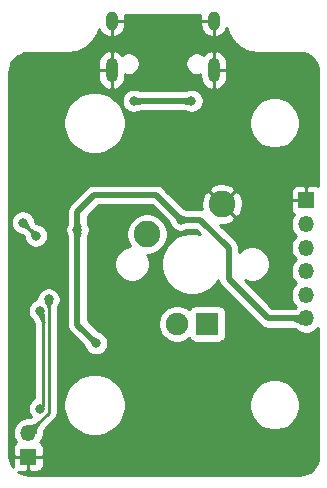
<source format=gbr>
%TF.GenerationSoftware,KiCad,Pcbnew,(5.1.10)-1*%
%TF.CreationDate,2021-09-22T13:41:13+02:00*%
%TF.ProjectId,iso,69736f2e-6b69-4636-9164-5f7063625858,rev?*%
%TF.SameCoordinates,Original*%
%TF.FileFunction,Copper,L1,Top*%
%TF.FilePolarity,Positive*%
%FSLAX46Y46*%
G04 Gerber Fmt 4.6, Leading zero omitted, Abs format (unit mm)*
G04 Created by KiCad (PCBNEW (5.1.10)-1) date 2021-09-22 13:41:13*
%MOMM*%
%LPD*%
G01*
G04 APERTURE LIST*
%TA.AperFunction,ComponentPad*%
%ADD10O,1.350000X1.350000*%
%TD*%
%TA.AperFunction,ComponentPad*%
%ADD11R,1.350000X1.350000*%
%TD*%
%TA.AperFunction,ComponentPad*%
%ADD12R,1.905000X1.905000*%
%TD*%
%TA.AperFunction,ComponentPad*%
%ADD13C,1.905000*%
%TD*%
%TA.AperFunction,ComponentPad*%
%ADD14C,2.250000*%
%TD*%
%TA.AperFunction,ComponentPad*%
%ADD15O,1.000000X2.100000*%
%TD*%
%TA.AperFunction,ComponentPad*%
%ADD16O,1.000000X1.600000*%
%TD*%
%TA.AperFunction,ViaPad*%
%ADD17C,0.800000*%
%TD*%
%TA.AperFunction,Conductor*%
%ADD18C,0.500000*%
%TD*%
%TA.AperFunction,Conductor*%
%ADD19C,0.250000*%
%TD*%
%TA.AperFunction,Conductor*%
%ADD20C,0.100000*%
%TD*%
%TA.AperFunction,Conductor*%
%ADD21C,0.025400*%
%TD*%
G04 APERTURE END LIST*
D10*
%TO.P,J1,6*%
%TO.N,+5V*%
X167081200Y-88638400D03*
%TO.P,J1,5*%
%TO.N,RESET*%
X167081200Y-86638400D03*
%TO.P,J1,4*%
%TO.N,SCK*%
X167081200Y-84638400D03*
%TO.P,J1,3*%
%TO.N,MISO*%
X167081200Y-82638400D03*
%TO.P,J1,2*%
%TO.N,MOSI*%
X167081200Y-80638400D03*
D11*
%TO.P,J1,1*%
%TO.N,GND*%
X167081200Y-78638400D03*
%TD*%
D12*
%TO.P,MX1,4*%
%TO.N,Net-(MX1-Pad4)*%
X158699200Y-89103200D03*
D13*
%TO.P,MX1,3*%
%TO.N,LED*%
X156159200Y-89103200D03*
D14*
%TO.P,MX1,1*%
%TO.N,SW*%
X153619200Y-81483200D03*
%TO.P,MX1,2*%
%TO.N,GND*%
X159969200Y-78943200D03*
%TD*%
D15*
%TO.P,USB1,S1*%
%TO.N,GND*%
X159260000Y-67595200D03*
X150620000Y-67595200D03*
D16*
X150620000Y-63415200D03*
X159260000Y-63415200D03*
%TD*%
D10*
%TO.P,BOOT,2*%
%TO.N,BOOT*%
X143560800Y-98330000D03*
D11*
%TO.P,BOOT,1*%
%TO.N,GND*%
X143560800Y-100330000D03*
%TD*%
D17*
%TO.N,GND*%
X149504400Y-79959200D03*
%TO.N,+5V*%
X147726400Y-81127600D03*
X149301200Y-90728800D03*
X156464000Y-80264000D03*
%TO.N,VCC*%
X152501600Y-70205600D03*
X157378400Y-70205600D03*
%TO.N,D-*%
X144200453Y-81614853D03*
X143103600Y-80518000D03*
%TO.N,BOOT*%
X145288000Y-87020400D03*
%TO.N,RESET*%
X144563000Y-87985600D03*
X144563000Y-96277347D03*
%TD*%
D18*
%TO.N,+5V*%
X147726400Y-89154000D02*
X147726400Y-81127600D01*
X149301200Y-90728800D02*
X147726400Y-89154000D01*
X157429200Y-80264000D02*
X156464000Y-80264000D01*
X158140400Y-80264000D02*
X157429200Y-80264000D01*
X160528000Y-82651600D02*
X158140400Y-80264000D01*
X160528000Y-85293200D02*
X160528000Y-82651600D01*
X163873200Y-88638400D02*
X160528000Y-85293200D01*
X167081200Y-88638400D02*
X163873200Y-88638400D01*
X147726400Y-81127600D02*
X147726400Y-79603600D01*
X147726400Y-79603600D02*
X149148800Y-78181200D01*
X154381200Y-78181200D02*
X156464000Y-80264000D01*
X149148800Y-78181200D02*
X154381200Y-78181200D01*
%TO.N,VCC*%
X152501600Y-70205600D02*
X157378400Y-70205600D01*
D19*
%TO.N,D-*%
X144200453Y-81614853D02*
X143103600Y-80518000D01*
%TO.N,BOOT*%
X143560800Y-98330000D02*
X145288000Y-96602800D01*
X145288000Y-96602800D02*
X145288000Y-87020400D01*
%TO.N,RESET*%
X144837990Y-88260590D02*
X144563000Y-87985600D01*
X144837990Y-96002357D02*
X144837990Y-95511190D01*
X144563000Y-96277347D02*
X144837990Y-96002357D01*
X144837990Y-95511190D02*
X144837990Y-88260590D01*
%TD*%
%TO.N,GND*%
X158127000Y-63113200D02*
X158127000Y-63413200D01*
X159258000Y-63413200D01*
X159258000Y-63393200D01*
X159262000Y-63393200D01*
X159262000Y-63413200D01*
X159282000Y-63413200D01*
X159282000Y-63417200D01*
X159262000Y-63417200D01*
X159262000Y-64689948D01*
X159439215Y-64833936D01*
X159479076Y-64826820D01*
X159691733Y-64762721D01*
X159887799Y-64658366D01*
X160059739Y-64517766D01*
X160200945Y-64346324D01*
X160305991Y-64150628D01*
X160343682Y-64027163D01*
X160352501Y-64073395D01*
X160355257Y-64082524D01*
X160470681Y-64455399D01*
X160494659Y-64512441D01*
X160517859Y-64569862D01*
X160522336Y-64578282D01*
X160707987Y-64921637D01*
X160742601Y-64972954D01*
X160776500Y-65024757D01*
X160782527Y-65032147D01*
X161031334Y-65332902D01*
X161075247Y-65376509D01*
X161118570Y-65420749D01*
X161125918Y-65426828D01*
X161428402Y-65673529D01*
X161479949Y-65707776D01*
X161531041Y-65742759D01*
X161539429Y-65747295D01*
X161884071Y-65930545D01*
X161941289Y-65954128D01*
X161998203Y-65978521D01*
X162007313Y-65981341D01*
X162380984Y-66094159D01*
X162441709Y-66106183D01*
X162502259Y-66119053D01*
X162511743Y-66120050D01*
X162900212Y-66158140D01*
X162900216Y-66158140D01*
X162932779Y-66161373D01*
X166488727Y-66164173D01*
X166833123Y-66197942D01*
X167132007Y-66288181D01*
X167407674Y-66434755D01*
X167649621Y-66632082D01*
X167848632Y-66872645D01*
X167997127Y-67147283D01*
X168089451Y-67445532D01*
X168125401Y-67787582D01*
X168125401Y-77447519D01*
X168109578Y-77434533D01*
X167999611Y-77375754D01*
X167880290Y-77339559D01*
X167756200Y-77327337D01*
X167241450Y-77330400D01*
X167083200Y-77488650D01*
X167083200Y-78636400D01*
X167103200Y-78636400D01*
X167103200Y-78640400D01*
X167083200Y-78640400D01*
X167083200Y-78660400D01*
X167079200Y-78660400D01*
X167079200Y-78640400D01*
X165931450Y-78640400D01*
X165773200Y-78798650D01*
X165770137Y-79313400D01*
X165782359Y-79437490D01*
X165818554Y-79556811D01*
X165877333Y-79666778D01*
X165956436Y-79763164D01*
X166044567Y-79835493D01*
X165922065Y-80018830D01*
X165823466Y-80256870D01*
X165773200Y-80509573D01*
X165773200Y-80767227D01*
X165823466Y-81019930D01*
X165922065Y-81257970D01*
X166065210Y-81472201D01*
X166231409Y-81638400D01*
X166065210Y-81804599D01*
X165922065Y-82018830D01*
X165823466Y-82256870D01*
X165773200Y-82509573D01*
X165773200Y-82767227D01*
X165823466Y-83019930D01*
X165922065Y-83257970D01*
X166065210Y-83472201D01*
X166231409Y-83638400D01*
X166065210Y-83804599D01*
X165922065Y-84018830D01*
X165823466Y-84256870D01*
X165773200Y-84509573D01*
X165773200Y-84767227D01*
X165823466Y-85019930D01*
X165922065Y-85257970D01*
X166065210Y-85472201D01*
X166231409Y-85638400D01*
X166065210Y-85804599D01*
X165922065Y-86018830D01*
X165823466Y-86256870D01*
X165773200Y-86509573D01*
X165773200Y-86767227D01*
X165823466Y-87019930D01*
X165922065Y-87257970D01*
X166065210Y-87472201D01*
X166231409Y-87638400D01*
X166156881Y-87712928D01*
X166137522Y-87731238D01*
X166130023Y-87737292D01*
X166124100Y-87741326D01*
X166119130Y-87744135D01*
X166114196Y-87746400D01*
X166108283Y-87748534D01*
X166100309Y-87750689D01*
X166089270Y-87752743D01*
X166074312Y-87754355D01*
X166044210Y-87755400D01*
X164238951Y-87755400D01*
X161877225Y-85393676D01*
X162069332Y-85473249D01*
X162360675Y-85531200D01*
X162657725Y-85531200D01*
X162949068Y-85473249D01*
X163223506Y-85359573D01*
X163470494Y-85194540D01*
X163680540Y-84984494D01*
X163845573Y-84737506D01*
X163959249Y-84463068D01*
X164017200Y-84171725D01*
X164017200Y-83874675D01*
X163959249Y-83583332D01*
X163845573Y-83308894D01*
X163680540Y-83061906D01*
X163470494Y-82851860D01*
X163223506Y-82686827D01*
X162949068Y-82573151D01*
X162657725Y-82515200D01*
X162360675Y-82515200D01*
X162069332Y-82573151D01*
X161794894Y-82686827D01*
X161547906Y-82851860D01*
X161411000Y-82988766D01*
X161411000Y-82694965D01*
X161415271Y-82651599D01*
X161411000Y-82608233D01*
X161411000Y-82608227D01*
X161398223Y-82478502D01*
X161347732Y-82312056D01*
X161265740Y-82158658D01*
X161155396Y-82024204D01*
X161121707Y-81996556D01*
X159822720Y-80697570D01*
X159901845Y-80708423D01*
X160247517Y-80687645D01*
X160582494Y-80599829D01*
X160893903Y-80448350D01*
X161005908Y-80373509D01*
X161104994Y-80081822D01*
X159969200Y-78946028D01*
X159955058Y-78960171D01*
X159952230Y-78957343D01*
X159966372Y-78943200D01*
X159972028Y-78943200D01*
X161107822Y-80078994D01*
X161399509Y-79979908D01*
X161574277Y-79680949D01*
X161687364Y-79353638D01*
X161734423Y-79010555D01*
X161713645Y-78664883D01*
X161625829Y-78329906D01*
X161474350Y-78018497D01*
X161437535Y-77963400D01*
X165770137Y-77963400D01*
X165773200Y-78478150D01*
X165931450Y-78636400D01*
X167079200Y-78636400D01*
X167079200Y-77488650D01*
X166920950Y-77330400D01*
X166406200Y-77327337D01*
X166282110Y-77339559D01*
X166162789Y-77375754D01*
X166052822Y-77434533D01*
X165956436Y-77513636D01*
X165877333Y-77610022D01*
X165818554Y-77719989D01*
X165782359Y-77839310D01*
X165770137Y-77963400D01*
X161437535Y-77963400D01*
X161399509Y-77906492D01*
X161107822Y-77807406D01*
X159972028Y-78943200D01*
X159966372Y-78943200D01*
X158830578Y-77807406D01*
X158538891Y-77906492D01*
X158364123Y-78205451D01*
X158251036Y-78532762D01*
X158203977Y-78875845D01*
X158224755Y-79221517D01*
X158268759Y-79389370D01*
X158183773Y-79381000D01*
X158183766Y-79381000D01*
X158140400Y-79376729D01*
X158097034Y-79381000D01*
X157001848Y-79381000D01*
X156953309Y-79348567D01*
X156765315Y-79270698D01*
X156708059Y-79259309D01*
X155253328Y-77804578D01*
X158833406Y-77804578D01*
X159969200Y-78940372D01*
X161104994Y-77804578D01*
X161005908Y-77512891D01*
X160706949Y-77338123D01*
X160379638Y-77225036D01*
X160036555Y-77177977D01*
X159690883Y-77198755D01*
X159355906Y-77286571D01*
X159044497Y-77438050D01*
X158932492Y-77512891D01*
X158833406Y-77804578D01*
X155253328Y-77804578D01*
X155036253Y-77587504D01*
X155008596Y-77553804D01*
X154874142Y-77443460D01*
X154720744Y-77361468D01*
X154554298Y-77310977D01*
X154424573Y-77298200D01*
X154424566Y-77298200D01*
X154381200Y-77293929D01*
X154337834Y-77298200D01*
X149192165Y-77298200D01*
X149148799Y-77293929D01*
X149105433Y-77298200D01*
X149105427Y-77298200D01*
X148993927Y-77309182D01*
X148975701Y-77310977D01*
X148925210Y-77326294D01*
X148809256Y-77361468D01*
X148655858Y-77443460D01*
X148521404Y-77553804D01*
X148493756Y-77587493D01*
X147132699Y-78948552D01*
X147099005Y-78976204D01*
X146988661Y-79110658D01*
X146975804Y-79134712D01*
X146906669Y-79264056D01*
X146856177Y-79430502D01*
X146839129Y-79603600D01*
X146843401Y-79646975D01*
X146843400Y-80589751D01*
X146810967Y-80638291D01*
X146733098Y-80826285D01*
X146693400Y-81025858D01*
X146693400Y-81229342D01*
X146733098Y-81428915D01*
X146810967Y-81616909D01*
X146843401Y-81665449D01*
X146843400Y-89110634D01*
X146839129Y-89154000D01*
X146843400Y-89197366D01*
X146843400Y-89197372D01*
X146856177Y-89327097D01*
X146906668Y-89493543D01*
X146988660Y-89646941D01*
X147099004Y-89781396D01*
X147132704Y-89809053D01*
X148296509Y-90972859D01*
X148307898Y-91030115D01*
X148385767Y-91218109D01*
X148498817Y-91387299D01*
X148642701Y-91531183D01*
X148811891Y-91644233D01*
X148999885Y-91722102D01*
X149199458Y-91761800D01*
X149402942Y-91761800D01*
X149602515Y-91722102D01*
X149790509Y-91644233D01*
X149959699Y-91531183D01*
X150103583Y-91387299D01*
X150216633Y-91218109D01*
X150294502Y-91030115D01*
X150334200Y-90830542D01*
X150334200Y-90627058D01*
X150294502Y-90427485D01*
X150216633Y-90239491D01*
X150103583Y-90070301D01*
X149959699Y-89926417D01*
X149790509Y-89813367D01*
X149602515Y-89735498D01*
X149545259Y-89724109D01*
X148768192Y-88947042D01*
X154573700Y-88947042D01*
X154573700Y-89259358D01*
X154634629Y-89565673D01*
X154754148Y-89854216D01*
X154927661Y-90113898D01*
X155148502Y-90334739D01*
X155408184Y-90508252D01*
X155696727Y-90627771D01*
X156003042Y-90688700D01*
X156315358Y-90688700D01*
X156621673Y-90627771D01*
X156910216Y-90508252D01*
X157169898Y-90334739D01*
X157175243Y-90329394D01*
X157217834Y-90409077D01*
X157296936Y-90505464D01*
X157393323Y-90584566D01*
X157503290Y-90643345D01*
X157622610Y-90679540D01*
X157746700Y-90691762D01*
X159651700Y-90691762D01*
X159775790Y-90679540D01*
X159895110Y-90643345D01*
X160005077Y-90584566D01*
X160101464Y-90505464D01*
X160180566Y-90409077D01*
X160239345Y-90299110D01*
X160275540Y-90179790D01*
X160287762Y-90055700D01*
X160287762Y-88150700D01*
X160275540Y-88026610D01*
X160239345Y-87907290D01*
X160180566Y-87797323D01*
X160101464Y-87700936D01*
X160005077Y-87621834D01*
X159895110Y-87563055D01*
X159775790Y-87526860D01*
X159651700Y-87514638D01*
X157746700Y-87514638D01*
X157622610Y-87526860D01*
X157503290Y-87563055D01*
X157393323Y-87621834D01*
X157296936Y-87700936D01*
X157217834Y-87797323D01*
X157175243Y-87877006D01*
X157169898Y-87871661D01*
X156910216Y-87698148D01*
X156621673Y-87578629D01*
X156315358Y-87517700D01*
X156003042Y-87517700D01*
X155696727Y-87578629D01*
X155408184Y-87698148D01*
X155148502Y-87871661D01*
X154927661Y-88092502D01*
X154754148Y-88352184D01*
X154634629Y-88640727D01*
X154573700Y-88947042D01*
X148768192Y-88947042D01*
X148609400Y-88788251D01*
X148609400Y-83874675D01*
X150841200Y-83874675D01*
X150841200Y-84171725D01*
X150899151Y-84463068D01*
X151012827Y-84737506D01*
X151177860Y-84984494D01*
X151387906Y-85194540D01*
X151634894Y-85359573D01*
X151909332Y-85473249D01*
X152200675Y-85531200D01*
X152497725Y-85531200D01*
X152789068Y-85473249D01*
X153063506Y-85359573D01*
X153310494Y-85194540D01*
X153520540Y-84984494D01*
X153685573Y-84737506D01*
X153799249Y-84463068D01*
X153857200Y-84171725D01*
X153857200Y-83874675D01*
X153799249Y-83583332D01*
X153685573Y-83308894D01*
X153640341Y-83241200D01*
X153792348Y-83241200D01*
X154131990Y-83173641D01*
X154451925Y-83041119D01*
X154739860Y-82848728D01*
X154984728Y-82603860D01*
X155177119Y-82315925D01*
X155309641Y-81995990D01*
X155377200Y-81656348D01*
X155377200Y-81310052D01*
X155309641Y-80970410D01*
X155177119Y-80650475D01*
X154984728Y-80362540D01*
X154739860Y-80117672D01*
X154451925Y-79925281D01*
X154131990Y-79792759D01*
X153792348Y-79725200D01*
X153446052Y-79725200D01*
X153106410Y-79792759D01*
X152786475Y-79925281D01*
X152498540Y-80117672D01*
X152253672Y-80362540D01*
X152061281Y-80650475D01*
X151928759Y-80970410D01*
X151861200Y-81310052D01*
X151861200Y-81656348D01*
X151928759Y-81995990D01*
X152061281Y-82315925D01*
X152195164Y-82516296D01*
X151909332Y-82573151D01*
X151634894Y-82686827D01*
X151387906Y-82851860D01*
X151177860Y-83061906D01*
X151012827Y-83308894D01*
X150899151Y-83583332D01*
X150841200Y-83874675D01*
X148609400Y-83874675D01*
X148609400Y-81665448D01*
X148641833Y-81616909D01*
X148719702Y-81428915D01*
X148759400Y-81229342D01*
X148759400Y-81025858D01*
X148719702Y-80826285D01*
X148641833Y-80638291D01*
X148609400Y-80589752D01*
X148609400Y-79969349D01*
X149514551Y-79064200D01*
X154015451Y-79064200D01*
X155459309Y-80508059D01*
X155470698Y-80565315D01*
X155548567Y-80753309D01*
X155661617Y-80922499D01*
X155805501Y-81066383D01*
X155974691Y-81179433D01*
X156162685Y-81257302D01*
X156362258Y-81297000D01*
X156565742Y-81297000D01*
X156765315Y-81257302D01*
X156953309Y-81179433D01*
X157001848Y-81147000D01*
X157774651Y-81147000D01*
X158107387Y-81479736D01*
X157687927Y-81396300D01*
X157170473Y-81396300D01*
X156662962Y-81497251D01*
X156184896Y-81695272D01*
X155754649Y-81982754D01*
X155388754Y-82348649D01*
X155101272Y-82778896D01*
X154903251Y-83256962D01*
X154802300Y-83764473D01*
X154802300Y-84281927D01*
X154903251Y-84789438D01*
X155101272Y-85267504D01*
X155388754Y-85697751D01*
X155754649Y-86063646D01*
X156184896Y-86351128D01*
X156662962Y-86549149D01*
X157170473Y-86650100D01*
X157687927Y-86650100D01*
X158195438Y-86549149D01*
X158673504Y-86351128D01*
X159103751Y-86063646D01*
X159469646Y-85697751D01*
X159653476Y-85422630D01*
X159657777Y-85466297D01*
X159708268Y-85632743D01*
X159790260Y-85786141D01*
X159900604Y-85920596D01*
X159934304Y-85948253D01*
X163218156Y-89232107D01*
X163245804Y-89265796D01*
X163380258Y-89376140D01*
X163533656Y-89458132D01*
X163622884Y-89485199D01*
X163700101Y-89508623D01*
X163707077Y-89509310D01*
X163829827Y-89521400D01*
X163829833Y-89521400D01*
X163873199Y-89525671D01*
X163916565Y-89521400D01*
X166044210Y-89521400D01*
X166074312Y-89522445D01*
X166089270Y-89524057D01*
X166100309Y-89526111D01*
X166108283Y-89528266D01*
X166114196Y-89530400D01*
X166119130Y-89532665D01*
X166124100Y-89535474D01*
X166130023Y-89539508D01*
X166137522Y-89545562D01*
X166156881Y-89563872D01*
X166247399Y-89654390D01*
X166461630Y-89797535D01*
X166699670Y-89896134D01*
X166952373Y-89946400D01*
X167210027Y-89946400D01*
X167462730Y-89896134D01*
X167700770Y-89797535D01*
X167915001Y-89654390D01*
X168097190Y-89472201D01*
X168125400Y-89429981D01*
X168125400Y-100245799D01*
X168091658Y-100589921D01*
X168001419Y-100888807D01*
X167854845Y-101164474D01*
X167657518Y-101406421D01*
X167416954Y-101605432D01*
X167142318Y-101753927D01*
X166844067Y-101846251D01*
X166502036Y-101882200D01*
X143594201Y-101882200D01*
X143250079Y-101848458D01*
X142951193Y-101758219D01*
X142675526Y-101611645D01*
X142658059Y-101597399D01*
X142761710Y-101628841D01*
X142885800Y-101641063D01*
X143400550Y-101638000D01*
X143558800Y-101479750D01*
X143558800Y-100332000D01*
X143562800Y-100332000D01*
X143562800Y-101479750D01*
X143721050Y-101638000D01*
X144235800Y-101641063D01*
X144359890Y-101628841D01*
X144479211Y-101592646D01*
X144589178Y-101533867D01*
X144685564Y-101454764D01*
X144764667Y-101358378D01*
X144823446Y-101248411D01*
X144859641Y-101129090D01*
X144871863Y-101005000D01*
X144868800Y-100490250D01*
X144710550Y-100332000D01*
X143562800Y-100332000D01*
X143558800Y-100332000D01*
X142411050Y-100332000D01*
X142252800Y-100490250D01*
X142249737Y-101005000D01*
X142261959Y-101129090D01*
X142298154Y-101248411D01*
X142301486Y-101254645D01*
X142234568Y-101173754D01*
X142086073Y-100899118D01*
X141993749Y-100600867D01*
X141957800Y-100258836D01*
X141957800Y-99655000D01*
X142249737Y-99655000D01*
X142252800Y-100169750D01*
X142411050Y-100328000D01*
X143558800Y-100328000D01*
X143558800Y-100308000D01*
X143562800Y-100308000D01*
X143562800Y-100328000D01*
X144710550Y-100328000D01*
X144868800Y-100169750D01*
X144871863Y-99655000D01*
X144859641Y-99530910D01*
X144823446Y-99411589D01*
X144764667Y-99301622D01*
X144685564Y-99205236D01*
X144597433Y-99132907D01*
X144719935Y-98949570D01*
X144818534Y-98711530D01*
X144868800Y-98458827D01*
X144868800Y-98330751D01*
X144870493Y-98269322D01*
X144875089Y-98225896D01*
X144882595Y-98186091D01*
X144892880Y-98148843D01*
X144906072Y-98113093D01*
X144922584Y-98077784D01*
X144943044Y-98042054D01*
X144968245Y-98005243D01*
X144999022Y-97966975D01*
X145043519Y-97919254D01*
X145797660Y-97165114D01*
X145826580Y-97141380D01*
X145921303Y-97025960D01*
X145991689Y-96894277D01*
X146035032Y-96751394D01*
X146046000Y-96640032D01*
X146046000Y-96640031D01*
X146049667Y-96602800D01*
X146046000Y-96565568D01*
X146046000Y-95702473D01*
X146547300Y-95702473D01*
X146547300Y-96219927D01*
X146648251Y-96727438D01*
X146846272Y-97205504D01*
X147133754Y-97635751D01*
X147499649Y-98001646D01*
X147929896Y-98289128D01*
X148407962Y-98487149D01*
X148915473Y-98588100D01*
X149432927Y-98588100D01*
X149940438Y-98487149D01*
X150418504Y-98289128D01*
X150848751Y-98001646D01*
X151214646Y-97635751D01*
X151502128Y-97205504D01*
X151700149Y-96727438D01*
X151801100Y-96219927D01*
X151801100Y-95748754D01*
X162257200Y-95748754D01*
X162257200Y-96173646D01*
X162340092Y-96590374D01*
X162502691Y-96982923D01*
X162738749Y-97336207D01*
X163039193Y-97636651D01*
X163392477Y-97872709D01*
X163785026Y-98035308D01*
X164201754Y-98118200D01*
X164626646Y-98118200D01*
X165043374Y-98035308D01*
X165435923Y-97872709D01*
X165789207Y-97636651D01*
X166089651Y-97336207D01*
X166325709Y-96982923D01*
X166488308Y-96590374D01*
X166571200Y-96173646D01*
X166571200Y-95748754D01*
X166488308Y-95332026D01*
X166325709Y-94939477D01*
X166089651Y-94586193D01*
X165789207Y-94285749D01*
X165435923Y-94049691D01*
X165043374Y-93887092D01*
X164626646Y-93804200D01*
X164201754Y-93804200D01*
X163785026Y-93887092D01*
X163392477Y-94049691D01*
X163039193Y-94285749D01*
X162738749Y-94586193D01*
X162502691Y-94939477D01*
X162340092Y-95332026D01*
X162257200Y-95748754D01*
X151801100Y-95748754D01*
X151801100Y-95702473D01*
X151700149Y-95194962D01*
X151502128Y-94716896D01*
X151214646Y-94286649D01*
X150848751Y-93920754D01*
X150418504Y-93633272D01*
X149940438Y-93435251D01*
X149432927Y-93334300D01*
X148915473Y-93334300D01*
X148407962Y-93435251D01*
X147929896Y-93633272D01*
X147499649Y-93920754D01*
X147133754Y-94286649D01*
X146846272Y-94716896D01*
X146648251Y-95194962D01*
X146547300Y-95702473D01*
X146046000Y-95702473D01*
X146046000Y-87723282D01*
X146090383Y-87678899D01*
X146203433Y-87509709D01*
X146281302Y-87321715D01*
X146321000Y-87122142D01*
X146321000Y-86918658D01*
X146281302Y-86719085D01*
X146203433Y-86531091D01*
X146090383Y-86361901D01*
X145946499Y-86218017D01*
X145777309Y-86104967D01*
X145589315Y-86027098D01*
X145389742Y-85987400D01*
X145186258Y-85987400D01*
X144986685Y-86027098D01*
X144798691Y-86104967D01*
X144629501Y-86218017D01*
X144485617Y-86361901D01*
X144372567Y-86531091D01*
X144294698Y-86719085D01*
X144255000Y-86918658D01*
X144255000Y-86995067D01*
X144073691Y-87070167D01*
X143904501Y-87183217D01*
X143760617Y-87327101D01*
X143647567Y-87496291D01*
X143569698Y-87684285D01*
X143530000Y-87883858D01*
X143530000Y-88087342D01*
X143569698Y-88286915D01*
X143647567Y-88474909D01*
X143760617Y-88644099D01*
X143830235Y-88713717D01*
X143843850Y-88728042D01*
X143857612Y-88744297D01*
X143879201Y-88772220D01*
X143906850Y-88810706D01*
X143939418Y-88858881D01*
X143976214Y-88916173D01*
X144016726Y-88982076D01*
X144060749Y-89056462D01*
X144079991Y-89090072D01*
X144079990Y-95359305D01*
X144073691Y-95361914D01*
X143904501Y-95474964D01*
X143760617Y-95618848D01*
X143647567Y-95788038D01*
X143569698Y-95976032D01*
X143530000Y-96175605D01*
X143530000Y-96379089D01*
X143569698Y-96578662D01*
X143647567Y-96766656D01*
X143760617Y-96935846D01*
X143799368Y-96974597D01*
X143777706Y-96984727D01*
X143741956Y-96997919D01*
X143704708Y-97008204D01*
X143664903Y-97015710D01*
X143621463Y-97020307D01*
X143560072Y-97022000D01*
X143431973Y-97022000D01*
X143179270Y-97072266D01*
X142941230Y-97170865D01*
X142726999Y-97314010D01*
X142544810Y-97496199D01*
X142401665Y-97710430D01*
X142303066Y-97948470D01*
X142252800Y-98201173D01*
X142252800Y-98458827D01*
X142303066Y-98711530D01*
X142401665Y-98949570D01*
X142524167Y-99132907D01*
X142436036Y-99205236D01*
X142356933Y-99301622D01*
X142298154Y-99411589D01*
X142261959Y-99530910D01*
X142249737Y-99655000D01*
X141957800Y-99655000D01*
X141957800Y-80416258D01*
X142070600Y-80416258D01*
X142070600Y-80619742D01*
X142110298Y-80819315D01*
X142188167Y-81007309D01*
X142301217Y-81176499D01*
X142445101Y-81320383D01*
X142614291Y-81433433D01*
X142802285Y-81511302D01*
X143001858Y-81551000D01*
X143064627Y-81551000D01*
X143167453Y-81653826D01*
X143167453Y-81716595D01*
X143207151Y-81916168D01*
X143285020Y-82104162D01*
X143398070Y-82273352D01*
X143541954Y-82417236D01*
X143711144Y-82530286D01*
X143899138Y-82608155D01*
X144098711Y-82647853D01*
X144302195Y-82647853D01*
X144501768Y-82608155D01*
X144689762Y-82530286D01*
X144858952Y-82417236D01*
X145002836Y-82273352D01*
X145115886Y-82104162D01*
X145193755Y-81916168D01*
X145233453Y-81716595D01*
X145233453Y-81513111D01*
X145193755Y-81313538D01*
X145115886Y-81125544D01*
X145002836Y-80956354D01*
X144858952Y-80812470D01*
X144689762Y-80699420D01*
X144501768Y-80621551D01*
X144302195Y-80581853D01*
X144239426Y-80581853D01*
X144136600Y-80479027D01*
X144136600Y-80416258D01*
X144096902Y-80216685D01*
X144019033Y-80028691D01*
X143905983Y-79859501D01*
X143762099Y-79715617D01*
X143592909Y-79602567D01*
X143404915Y-79524698D01*
X143205342Y-79485000D01*
X143001858Y-79485000D01*
X142802285Y-79524698D01*
X142614291Y-79602567D01*
X142445101Y-79715617D01*
X142301217Y-79859501D01*
X142188167Y-80028691D01*
X142110298Y-80216685D01*
X142070600Y-80416258D01*
X141957800Y-80416258D01*
X141957800Y-71826473D01*
X146547300Y-71826473D01*
X146547300Y-72343927D01*
X146648251Y-72851438D01*
X146846272Y-73329504D01*
X147133754Y-73759751D01*
X147499649Y-74125646D01*
X147929896Y-74413128D01*
X148407962Y-74611149D01*
X148915473Y-74712100D01*
X149432927Y-74712100D01*
X149940438Y-74611149D01*
X150418504Y-74413128D01*
X150848751Y-74125646D01*
X151214646Y-73759751D01*
X151502128Y-73329504D01*
X151700149Y-72851438D01*
X151801100Y-72343927D01*
X151801100Y-71872754D01*
X162257200Y-71872754D01*
X162257200Y-72297646D01*
X162340092Y-72714374D01*
X162502691Y-73106923D01*
X162738749Y-73460207D01*
X163039193Y-73760651D01*
X163392477Y-73996709D01*
X163785026Y-74159308D01*
X164201754Y-74242200D01*
X164626646Y-74242200D01*
X165043374Y-74159308D01*
X165435923Y-73996709D01*
X165789207Y-73760651D01*
X166089651Y-73460207D01*
X166325709Y-73106923D01*
X166488308Y-72714374D01*
X166571200Y-72297646D01*
X166571200Y-71872754D01*
X166488308Y-71456026D01*
X166325709Y-71063477D01*
X166089651Y-70710193D01*
X165789207Y-70409749D01*
X165435923Y-70173691D01*
X165043374Y-70011092D01*
X164626646Y-69928200D01*
X164201754Y-69928200D01*
X163785026Y-70011092D01*
X163392477Y-70173691D01*
X163039193Y-70409749D01*
X162738749Y-70710193D01*
X162502691Y-71063477D01*
X162340092Y-71456026D01*
X162257200Y-71872754D01*
X151801100Y-71872754D01*
X151801100Y-71826473D01*
X151700149Y-71318962D01*
X151502128Y-70840896D01*
X151214646Y-70410649D01*
X150907855Y-70103858D01*
X151468600Y-70103858D01*
X151468600Y-70307342D01*
X151508298Y-70506915D01*
X151586167Y-70694909D01*
X151699217Y-70864099D01*
X151843101Y-71007983D01*
X152012291Y-71121033D01*
X152200285Y-71198902D01*
X152399858Y-71238600D01*
X152603342Y-71238600D01*
X152802915Y-71198902D01*
X152990909Y-71121033D01*
X153039448Y-71088600D01*
X156840552Y-71088600D01*
X156889091Y-71121033D01*
X157077085Y-71198902D01*
X157276658Y-71238600D01*
X157480142Y-71238600D01*
X157679715Y-71198902D01*
X157867709Y-71121033D01*
X158036899Y-71007983D01*
X158180783Y-70864099D01*
X158293833Y-70694909D01*
X158371702Y-70506915D01*
X158411400Y-70307342D01*
X158411400Y-70103858D01*
X158371702Y-69904285D01*
X158293833Y-69716291D01*
X158180783Y-69547101D01*
X158036899Y-69403217D01*
X157867709Y-69290167D01*
X157679715Y-69212298D01*
X157480142Y-69172600D01*
X157276658Y-69172600D01*
X157077085Y-69212298D01*
X156889091Y-69290167D01*
X156840552Y-69322600D01*
X153039448Y-69322600D01*
X152990909Y-69290167D01*
X152802915Y-69212298D01*
X152603342Y-69172600D01*
X152399858Y-69172600D01*
X152200285Y-69212298D01*
X152012291Y-69290167D01*
X151843101Y-69403217D01*
X151699217Y-69547101D01*
X151586167Y-69716291D01*
X151508298Y-69904285D01*
X151468600Y-70103858D01*
X150907855Y-70103858D01*
X150848751Y-70044754D01*
X150418504Y-69757272D01*
X149940438Y-69559251D01*
X149432927Y-69458300D01*
X148915473Y-69458300D01*
X148407962Y-69559251D01*
X147929896Y-69757272D01*
X147499649Y-70044754D01*
X147133754Y-70410649D01*
X146846272Y-70840896D01*
X146648251Y-71318962D01*
X146547300Y-71826473D01*
X141957800Y-71826473D01*
X141957800Y-67800602D01*
X141977743Y-67597200D01*
X149487000Y-67597200D01*
X149487000Y-68147200D01*
X149509160Y-68368199D01*
X149574009Y-68580628D01*
X149679055Y-68776324D01*
X149820261Y-68947766D01*
X149992201Y-69088366D01*
X150188267Y-69192721D01*
X150400924Y-69256820D01*
X150440785Y-69263936D01*
X150618000Y-69119948D01*
X150618000Y-67597200D01*
X149487000Y-67597200D01*
X141977743Y-67597200D01*
X141991542Y-67456477D01*
X142081781Y-67157593D01*
X142142604Y-67043200D01*
X149487000Y-67043200D01*
X149487000Y-67593200D01*
X150618000Y-67593200D01*
X150618000Y-66070452D01*
X150622000Y-66070452D01*
X150622000Y-67593200D01*
X150642000Y-67593200D01*
X150642000Y-67597200D01*
X150622000Y-67597200D01*
X150622000Y-69119948D01*
X150799215Y-69263936D01*
X150839076Y-69256820D01*
X151051733Y-69192721D01*
X151247799Y-69088366D01*
X151419739Y-68947766D01*
X151560945Y-68776324D01*
X151665991Y-68580628D01*
X151730840Y-68368199D01*
X151753000Y-68147200D01*
X151753000Y-67979110D01*
X151770562Y-67986384D01*
X151955645Y-68023200D01*
X152144355Y-68023200D01*
X152329438Y-67986384D01*
X152503783Y-67914168D01*
X152660689Y-67809327D01*
X152794127Y-67675889D01*
X152898968Y-67518983D01*
X152971184Y-67344638D01*
X153008000Y-67159555D01*
X153008000Y-66970845D01*
X156872000Y-66970845D01*
X156872000Y-67159555D01*
X156908816Y-67344638D01*
X156981032Y-67518983D01*
X157085873Y-67675889D01*
X157219311Y-67809327D01*
X157376217Y-67914168D01*
X157550562Y-67986384D01*
X157735645Y-68023200D01*
X157924355Y-68023200D01*
X158109438Y-67986384D01*
X158127000Y-67979110D01*
X158127000Y-68147200D01*
X158149160Y-68368199D01*
X158214009Y-68580628D01*
X158319055Y-68776324D01*
X158460261Y-68947766D01*
X158632201Y-69088366D01*
X158828267Y-69192721D01*
X159040924Y-69256820D01*
X159080785Y-69263936D01*
X159258000Y-69119948D01*
X159258000Y-67597200D01*
X159262000Y-67597200D01*
X159262000Y-69119948D01*
X159439215Y-69263936D01*
X159479076Y-69256820D01*
X159691733Y-69192721D01*
X159887799Y-69088366D01*
X160059739Y-68947766D01*
X160200945Y-68776324D01*
X160305991Y-68580628D01*
X160370840Y-68368199D01*
X160393000Y-68147200D01*
X160393000Y-67597200D01*
X159262000Y-67597200D01*
X159258000Y-67597200D01*
X159238000Y-67597200D01*
X159238000Y-67593200D01*
X159258000Y-67593200D01*
X159258000Y-66070452D01*
X159262000Y-66070452D01*
X159262000Y-67593200D01*
X160393000Y-67593200D01*
X160393000Y-67043200D01*
X160370840Y-66822201D01*
X160305991Y-66609772D01*
X160200945Y-66414076D01*
X160059739Y-66242634D01*
X159887799Y-66102034D01*
X159691733Y-65997679D01*
X159479076Y-65933580D01*
X159439215Y-65926464D01*
X159262000Y-66070452D01*
X159258000Y-66070452D01*
X159080785Y-65926464D01*
X159040924Y-65933580D01*
X158828267Y-65997679D01*
X158632201Y-66102034D01*
X158460261Y-66242634D01*
X158411642Y-66301664D01*
X158283783Y-66216232D01*
X158109438Y-66144016D01*
X157924355Y-66107200D01*
X157735645Y-66107200D01*
X157550562Y-66144016D01*
X157376217Y-66216232D01*
X157219311Y-66321073D01*
X157085873Y-66454511D01*
X156981032Y-66611417D01*
X156908816Y-66785762D01*
X156872000Y-66970845D01*
X153008000Y-66970845D01*
X152971184Y-66785762D01*
X152898968Y-66611417D01*
X152794127Y-66454511D01*
X152660689Y-66321073D01*
X152503783Y-66216232D01*
X152329438Y-66144016D01*
X152144355Y-66107200D01*
X151955645Y-66107200D01*
X151770562Y-66144016D01*
X151596217Y-66216232D01*
X151468358Y-66301664D01*
X151419739Y-66242634D01*
X151247799Y-66102034D01*
X151051733Y-65997679D01*
X150839076Y-65933580D01*
X150799215Y-65926464D01*
X150622000Y-66070452D01*
X150618000Y-66070452D01*
X150440785Y-65926464D01*
X150400924Y-65933580D01*
X150188267Y-65997679D01*
X149992201Y-66102034D01*
X149820261Y-66242634D01*
X149679055Y-66414076D01*
X149574009Y-66609772D01*
X149509160Y-66822201D01*
X149487000Y-67043200D01*
X142142604Y-67043200D01*
X142228355Y-66881926D01*
X142425682Y-66639979D01*
X142666245Y-66440968D01*
X142940883Y-66292473D01*
X143239132Y-66200149D01*
X143581334Y-66164183D01*
X147000969Y-66161372D01*
X147030351Y-66158454D01*
X147042728Y-66158540D01*
X147052218Y-66157609D01*
X147440411Y-66116808D01*
X147501052Y-66104360D01*
X147561857Y-66092761D01*
X147570984Y-66090006D01*
X147570990Y-66090004D01*
X147943861Y-65974581D01*
X148000903Y-65950603D01*
X148058324Y-65927403D01*
X148066744Y-65922926D01*
X148410099Y-65737275D01*
X148461416Y-65702661D01*
X148513219Y-65668762D01*
X148520609Y-65662735D01*
X148821364Y-65413928D01*
X148864971Y-65370015D01*
X148909211Y-65326692D01*
X148915290Y-65319344D01*
X149161991Y-65016860D01*
X149196238Y-64965313D01*
X149231221Y-64914221D01*
X149235757Y-64905833D01*
X149419007Y-64561191D01*
X149442590Y-64503973D01*
X149466983Y-64447059D01*
X149469803Y-64437949D01*
X149565231Y-64121875D01*
X149574009Y-64150628D01*
X149679055Y-64346324D01*
X149820261Y-64517766D01*
X149992201Y-64658366D01*
X150188267Y-64762721D01*
X150400924Y-64826820D01*
X150440785Y-64833936D01*
X150618000Y-64689948D01*
X150618000Y-63417200D01*
X150622000Y-63417200D01*
X150622000Y-64689948D01*
X150799215Y-64833936D01*
X150839076Y-64826820D01*
X151051733Y-64762721D01*
X151247799Y-64658366D01*
X151419739Y-64517766D01*
X151560945Y-64346324D01*
X151665991Y-64150628D01*
X151730840Y-63938199D01*
X151753000Y-63717200D01*
X151753000Y-63417200D01*
X158127000Y-63417200D01*
X158127000Y-63717200D01*
X158149160Y-63938199D01*
X158214009Y-64150628D01*
X158319055Y-64346324D01*
X158460261Y-64517766D01*
X158632201Y-64658366D01*
X158828267Y-64762721D01*
X159040924Y-64826820D01*
X159080785Y-64833936D01*
X159258000Y-64689948D01*
X159258000Y-63417200D01*
X158127000Y-63417200D01*
X151753000Y-63417200D01*
X150622000Y-63417200D01*
X150618000Y-63417200D01*
X150598000Y-63417200D01*
X150598000Y-63413200D01*
X150618000Y-63413200D01*
X150618000Y-63393200D01*
X150622000Y-63393200D01*
X150622000Y-63413200D01*
X151753000Y-63413200D01*
X151753000Y-63113200D01*
X151735853Y-62942199D01*
X158144147Y-62942199D01*
X158127000Y-63113200D01*
%TA.AperFunction,Conductor*%
D20*
G36*
X158127000Y-63113200D02*
G01*
X158127000Y-63413200D01*
X159258000Y-63413200D01*
X159258000Y-63393200D01*
X159262000Y-63393200D01*
X159262000Y-63413200D01*
X159282000Y-63413200D01*
X159282000Y-63417200D01*
X159262000Y-63417200D01*
X159262000Y-64689948D01*
X159439215Y-64833936D01*
X159479076Y-64826820D01*
X159691733Y-64762721D01*
X159887799Y-64658366D01*
X160059739Y-64517766D01*
X160200945Y-64346324D01*
X160305991Y-64150628D01*
X160343682Y-64027163D01*
X160352501Y-64073395D01*
X160355257Y-64082524D01*
X160470681Y-64455399D01*
X160494659Y-64512441D01*
X160517859Y-64569862D01*
X160522336Y-64578282D01*
X160707987Y-64921637D01*
X160742601Y-64972954D01*
X160776500Y-65024757D01*
X160782527Y-65032147D01*
X161031334Y-65332902D01*
X161075247Y-65376509D01*
X161118570Y-65420749D01*
X161125918Y-65426828D01*
X161428402Y-65673529D01*
X161479949Y-65707776D01*
X161531041Y-65742759D01*
X161539429Y-65747295D01*
X161884071Y-65930545D01*
X161941289Y-65954128D01*
X161998203Y-65978521D01*
X162007313Y-65981341D01*
X162380984Y-66094159D01*
X162441709Y-66106183D01*
X162502259Y-66119053D01*
X162511743Y-66120050D01*
X162900212Y-66158140D01*
X162900216Y-66158140D01*
X162932779Y-66161373D01*
X166488727Y-66164173D01*
X166833123Y-66197942D01*
X167132007Y-66288181D01*
X167407674Y-66434755D01*
X167649621Y-66632082D01*
X167848632Y-66872645D01*
X167997127Y-67147283D01*
X168089451Y-67445532D01*
X168125401Y-67787582D01*
X168125401Y-77447519D01*
X168109578Y-77434533D01*
X167999611Y-77375754D01*
X167880290Y-77339559D01*
X167756200Y-77327337D01*
X167241450Y-77330400D01*
X167083200Y-77488650D01*
X167083200Y-78636400D01*
X167103200Y-78636400D01*
X167103200Y-78640400D01*
X167083200Y-78640400D01*
X167083200Y-78660400D01*
X167079200Y-78660400D01*
X167079200Y-78640400D01*
X165931450Y-78640400D01*
X165773200Y-78798650D01*
X165770137Y-79313400D01*
X165782359Y-79437490D01*
X165818554Y-79556811D01*
X165877333Y-79666778D01*
X165956436Y-79763164D01*
X166044567Y-79835493D01*
X165922065Y-80018830D01*
X165823466Y-80256870D01*
X165773200Y-80509573D01*
X165773200Y-80767227D01*
X165823466Y-81019930D01*
X165922065Y-81257970D01*
X166065210Y-81472201D01*
X166231409Y-81638400D01*
X166065210Y-81804599D01*
X165922065Y-82018830D01*
X165823466Y-82256870D01*
X165773200Y-82509573D01*
X165773200Y-82767227D01*
X165823466Y-83019930D01*
X165922065Y-83257970D01*
X166065210Y-83472201D01*
X166231409Y-83638400D01*
X166065210Y-83804599D01*
X165922065Y-84018830D01*
X165823466Y-84256870D01*
X165773200Y-84509573D01*
X165773200Y-84767227D01*
X165823466Y-85019930D01*
X165922065Y-85257970D01*
X166065210Y-85472201D01*
X166231409Y-85638400D01*
X166065210Y-85804599D01*
X165922065Y-86018830D01*
X165823466Y-86256870D01*
X165773200Y-86509573D01*
X165773200Y-86767227D01*
X165823466Y-87019930D01*
X165922065Y-87257970D01*
X166065210Y-87472201D01*
X166231409Y-87638400D01*
X166156881Y-87712928D01*
X166137522Y-87731238D01*
X166130023Y-87737292D01*
X166124100Y-87741326D01*
X166119130Y-87744135D01*
X166114196Y-87746400D01*
X166108283Y-87748534D01*
X166100309Y-87750689D01*
X166089270Y-87752743D01*
X166074312Y-87754355D01*
X166044210Y-87755400D01*
X164238951Y-87755400D01*
X161877225Y-85393676D01*
X162069332Y-85473249D01*
X162360675Y-85531200D01*
X162657725Y-85531200D01*
X162949068Y-85473249D01*
X163223506Y-85359573D01*
X163470494Y-85194540D01*
X163680540Y-84984494D01*
X163845573Y-84737506D01*
X163959249Y-84463068D01*
X164017200Y-84171725D01*
X164017200Y-83874675D01*
X163959249Y-83583332D01*
X163845573Y-83308894D01*
X163680540Y-83061906D01*
X163470494Y-82851860D01*
X163223506Y-82686827D01*
X162949068Y-82573151D01*
X162657725Y-82515200D01*
X162360675Y-82515200D01*
X162069332Y-82573151D01*
X161794894Y-82686827D01*
X161547906Y-82851860D01*
X161411000Y-82988766D01*
X161411000Y-82694965D01*
X161415271Y-82651599D01*
X161411000Y-82608233D01*
X161411000Y-82608227D01*
X161398223Y-82478502D01*
X161347732Y-82312056D01*
X161265740Y-82158658D01*
X161155396Y-82024204D01*
X161121707Y-81996556D01*
X159822720Y-80697570D01*
X159901845Y-80708423D01*
X160247517Y-80687645D01*
X160582494Y-80599829D01*
X160893903Y-80448350D01*
X161005908Y-80373509D01*
X161104994Y-80081822D01*
X159969200Y-78946028D01*
X159955058Y-78960171D01*
X159952230Y-78957343D01*
X159966372Y-78943200D01*
X159972028Y-78943200D01*
X161107822Y-80078994D01*
X161399509Y-79979908D01*
X161574277Y-79680949D01*
X161687364Y-79353638D01*
X161734423Y-79010555D01*
X161713645Y-78664883D01*
X161625829Y-78329906D01*
X161474350Y-78018497D01*
X161437535Y-77963400D01*
X165770137Y-77963400D01*
X165773200Y-78478150D01*
X165931450Y-78636400D01*
X167079200Y-78636400D01*
X167079200Y-77488650D01*
X166920950Y-77330400D01*
X166406200Y-77327337D01*
X166282110Y-77339559D01*
X166162789Y-77375754D01*
X166052822Y-77434533D01*
X165956436Y-77513636D01*
X165877333Y-77610022D01*
X165818554Y-77719989D01*
X165782359Y-77839310D01*
X165770137Y-77963400D01*
X161437535Y-77963400D01*
X161399509Y-77906492D01*
X161107822Y-77807406D01*
X159972028Y-78943200D01*
X159966372Y-78943200D01*
X158830578Y-77807406D01*
X158538891Y-77906492D01*
X158364123Y-78205451D01*
X158251036Y-78532762D01*
X158203977Y-78875845D01*
X158224755Y-79221517D01*
X158268759Y-79389370D01*
X158183773Y-79381000D01*
X158183766Y-79381000D01*
X158140400Y-79376729D01*
X158097034Y-79381000D01*
X157001848Y-79381000D01*
X156953309Y-79348567D01*
X156765315Y-79270698D01*
X156708059Y-79259309D01*
X155253328Y-77804578D01*
X158833406Y-77804578D01*
X159969200Y-78940372D01*
X161104994Y-77804578D01*
X161005908Y-77512891D01*
X160706949Y-77338123D01*
X160379638Y-77225036D01*
X160036555Y-77177977D01*
X159690883Y-77198755D01*
X159355906Y-77286571D01*
X159044497Y-77438050D01*
X158932492Y-77512891D01*
X158833406Y-77804578D01*
X155253328Y-77804578D01*
X155036253Y-77587504D01*
X155008596Y-77553804D01*
X154874142Y-77443460D01*
X154720744Y-77361468D01*
X154554298Y-77310977D01*
X154424573Y-77298200D01*
X154424566Y-77298200D01*
X154381200Y-77293929D01*
X154337834Y-77298200D01*
X149192165Y-77298200D01*
X149148799Y-77293929D01*
X149105433Y-77298200D01*
X149105427Y-77298200D01*
X148993927Y-77309182D01*
X148975701Y-77310977D01*
X148925210Y-77326294D01*
X148809256Y-77361468D01*
X148655858Y-77443460D01*
X148521404Y-77553804D01*
X148493756Y-77587493D01*
X147132699Y-78948552D01*
X147099005Y-78976204D01*
X146988661Y-79110658D01*
X146975804Y-79134712D01*
X146906669Y-79264056D01*
X146856177Y-79430502D01*
X146839129Y-79603600D01*
X146843401Y-79646975D01*
X146843400Y-80589751D01*
X146810967Y-80638291D01*
X146733098Y-80826285D01*
X146693400Y-81025858D01*
X146693400Y-81229342D01*
X146733098Y-81428915D01*
X146810967Y-81616909D01*
X146843401Y-81665449D01*
X146843400Y-89110634D01*
X146839129Y-89154000D01*
X146843400Y-89197366D01*
X146843400Y-89197372D01*
X146856177Y-89327097D01*
X146906668Y-89493543D01*
X146988660Y-89646941D01*
X147099004Y-89781396D01*
X147132704Y-89809053D01*
X148296509Y-90972859D01*
X148307898Y-91030115D01*
X148385767Y-91218109D01*
X148498817Y-91387299D01*
X148642701Y-91531183D01*
X148811891Y-91644233D01*
X148999885Y-91722102D01*
X149199458Y-91761800D01*
X149402942Y-91761800D01*
X149602515Y-91722102D01*
X149790509Y-91644233D01*
X149959699Y-91531183D01*
X150103583Y-91387299D01*
X150216633Y-91218109D01*
X150294502Y-91030115D01*
X150334200Y-90830542D01*
X150334200Y-90627058D01*
X150294502Y-90427485D01*
X150216633Y-90239491D01*
X150103583Y-90070301D01*
X149959699Y-89926417D01*
X149790509Y-89813367D01*
X149602515Y-89735498D01*
X149545259Y-89724109D01*
X148768192Y-88947042D01*
X154573700Y-88947042D01*
X154573700Y-89259358D01*
X154634629Y-89565673D01*
X154754148Y-89854216D01*
X154927661Y-90113898D01*
X155148502Y-90334739D01*
X155408184Y-90508252D01*
X155696727Y-90627771D01*
X156003042Y-90688700D01*
X156315358Y-90688700D01*
X156621673Y-90627771D01*
X156910216Y-90508252D01*
X157169898Y-90334739D01*
X157175243Y-90329394D01*
X157217834Y-90409077D01*
X157296936Y-90505464D01*
X157393323Y-90584566D01*
X157503290Y-90643345D01*
X157622610Y-90679540D01*
X157746700Y-90691762D01*
X159651700Y-90691762D01*
X159775790Y-90679540D01*
X159895110Y-90643345D01*
X160005077Y-90584566D01*
X160101464Y-90505464D01*
X160180566Y-90409077D01*
X160239345Y-90299110D01*
X160275540Y-90179790D01*
X160287762Y-90055700D01*
X160287762Y-88150700D01*
X160275540Y-88026610D01*
X160239345Y-87907290D01*
X160180566Y-87797323D01*
X160101464Y-87700936D01*
X160005077Y-87621834D01*
X159895110Y-87563055D01*
X159775790Y-87526860D01*
X159651700Y-87514638D01*
X157746700Y-87514638D01*
X157622610Y-87526860D01*
X157503290Y-87563055D01*
X157393323Y-87621834D01*
X157296936Y-87700936D01*
X157217834Y-87797323D01*
X157175243Y-87877006D01*
X157169898Y-87871661D01*
X156910216Y-87698148D01*
X156621673Y-87578629D01*
X156315358Y-87517700D01*
X156003042Y-87517700D01*
X155696727Y-87578629D01*
X155408184Y-87698148D01*
X155148502Y-87871661D01*
X154927661Y-88092502D01*
X154754148Y-88352184D01*
X154634629Y-88640727D01*
X154573700Y-88947042D01*
X148768192Y-88947042D01*
X148609400Y-88788251D01*
X148609400Y-83874675D01*
X150841200Y-83874675D01*
X150841200Y-84171725D01*
X150899151Y-84463068D01*
X151012827Y-84737506D01*
X151177860Y-84984494D01*
X151387906Y-85194540D01*
X151634894Y-85359573D01*
X151909332Y-85473249D01*
X152200675Y-85531200D01*
X152497725Y-85531200D01*
X152789068Y-85473249D01*
X153063506Y-85359573D01*
X153310494Y-85194540D01*
X153520540Y-84984494D01*
X153685573Y-84737506D01*
X153799249Y-84463068D01*
X153857200Y-84171725D01*
X153857200Y-83874675D01*
X153799249Y-83583332D01*
X153685573Y-83308894D01*
X153640341Y-83241200D01*
X153792348Y-83241200D01*
X154131990Y-83173641D01*
X154451925Y-83041119D01*
X154739860Y-82848728D01*
X154984728Y-82603860D01*
X155177119Y-82315925D01*
X155309641Y-81995990D01*
X155377200Y-81656348D01*
X155377200Y-81310052D01*
X155309641Y-80970410D01*
X155177119Y-80650475D01*
X154984728Y-80362540D01*
X154739860Y-80117672D01*
X154451925Y-79925281D01*
X154131990Y-79792759D01*
X153792348Y-79725200D01*
X153446052Y-79725200D01*
X153106410Y-79792759D01*
X152786475Y-79925281D01*
X152498540Y-80117672D01*
X152253672Y-80362540D01*
X152061281Y-80650475D01*
X151928759Y-80970410D01*
X151861200Y-81310052D01*
X151861200Y-81656348D01*
X151928759Y-81995990D01*
X152061281Y-82315925D01*
X152195164Y-82516296D01*
X151909332Y-82573151D01*
X151634894Y-82686827D01*
X151387906Y-82851860D01*
X151177860Y-83061906D01*
X151012827Y-83308894D01*
X150899151Y-83583332D01*
X150841200Y-83874675D01*
X148609400Y-83874675D01*
X148609400Y-81665448D01*
X148641833Y-81616909D01*
X148719702Y-81428915D01*
X148759400Y-81229342D01*
X148759400Y-81025858D01*
X148719702Y-80826285D01*
X148641833Y-80638291D01*
X148609400Y-80589752D01*
X148609400Y-79969349D01*
X149514551Y-79064200D01*
X154015451Y-79064200D01*
X155459309Y-80508059D01*
X155470698Y-80565315D01*
X155548567Y-80753309D01*
X155661617Y-80922499D01*
X155805501Y-81066383D01*
X155974691Y-81179433D01*
X156162685Y-81257302D01*
X156362258Y-81297000D01*
X156565742Y-81297000D01*
X156765315Y-81257302D01*
X156953309Y-81179433D01*
X157001848Y-81147000D01*
X157774651Y-81147000D01*
X158107387Y-81479736D01*
X157687927Y-81396300D01*
X157170473Y-81396300D01*
X156662962Y-81497251D01*
X156184896Y-81695272D01*
X155754649Y-81982754D01*
X155388754Y-82348649D01*
X155101272Y-82778896D01*
X154903251Y-83256962D01*
X154802300Y-83764473D01*
X154802300Y-84281927D01*
X154903251Y-84789438D01*
X155101272Y-85267504D01*
X155388754Y-85697751D01*
X155754649Y-86063646D01*
X156184896Y-86351128D01*
X156662962Y-86549149D01*
X157170473Y-86650100D01*
X157687927Y-86650100D01*
X158195438Y-86549149D01*
X158673504Y-86351128D01*
X159103751Y-86063646D01*
X159469646Y-85697751D01*
X159653476Y-85422630D01*
X159657777Y-85466297D01*
X159708268Y-85632743D01*
X159790260Y-85786141D01*
X159900604Y-85920596D01*
X159934304Y-85948253D01*
X163218156Y-89232107D01*
X163245804Y-89265796D01*
X163380258Y-89376140D01*
X163533656Y-89458132D01*
X163622884Y-89485199D01*
X163700101Y-89508623D01*
X163707077Y-89509310D01*
X163829827Y-89521400D01*
X163829833Y-89521400D01*
X163873199Y-89525671D01*
X163916565Y-89521400D01*
X166044210Y-89521400D01*
X166074312Y-89522445D01*
X166089270Y-89524057D01*
X166100309Y-89526111D01*
X166108283Y-89528266D01*
X166114196Y-89530400D01*
X166119130Y-89532665D01*
X166124100Y-89535474D01*
X166130023Y-89539508D01*
X166137522Y-89545562D01*
X166156881Y-89563872D01*
X166247399Y-89654390D01*
X166461630Y-89797535D01*
X166699670Y-89896134D01*
X166952373Y-89946400D01*
X167210027Y-89946400D01*
X167462730Y-89896134D01*
X167700770Y-89797535D01*
X167915001Y-89654390D01*
X168097190Y-89472201D01*
X168125400Y-89429981D01*
X168125400Y-100245799D01*
X168091658Y-100589921D01*
X168001419Y-100888807D01*
X167854845Y-101164474D01*
X167657518Y-101406421D01*
X167416954Y-101605432D01*
X167142318Y-101753927D01*
X166844067Y-101846251D01*
X166502036Y-101882200D01*
X143594201Y-101882200D01*
X143250079Y-101848458D01*
X142951193Y-101758219D01*
X142675526Y-101611645D01*
X142658059Y-101597399D01*
X142761710Y-101628841D01*
X142885800Y-101641063D01*
X143400550Y-101638000D01*
X143558800Y-101479750D01*
X143558800Y-100332000D01*
X143562800Y-100332000D01*
X143562800Y-101479750D01*
X143721050Y-101638000D01*
X144235800Y-101641063D01*
X144359890Y-101628841D01*
X144479211Y-101592646D01*
X144589178Y-101533867D01*
X144685564Y-101454764D01*
X144764667Y-101358378D01*
X144823446Y-101248411D01*
X144859641Y-101129090D01*
X144871863Y-101005000D01*
X144868800Y-100490250D01*
X144710550Y-100332000D01*
X143562800Y-100332000D01*
X143558800Y-100332000D01*
X142411050Y-100332000D01*
X142252800Y-100490250D01*
X142249737Y-101005000D01*
X142261959Y-101129090D01*
X142298154Y-101248411D01*
X142301486Y-101254645D01*
X142234568Y-101173754D01*
X142086073Y-100899118D01*
X141993749Y-100600867D01*
X141957800Y-100258836D01*
X141957800Y-99655000D01*
X142249737Y-99655000D01*
X142252800Y-100169750D01*
X142411050Y-100328000D01*
X143558800Y-100328000D01*
X143558800Y-100308000D01*
X143562800Y-100308000D01*
X143562800Y-100328000D01*
X144710550Y-100328000D01*
X144868800Y-100169750D01*
X144871863Y-99655000D01*
X144859641Y-99530910D01*
X144823446Y-99411589D01*
X144764667Y-99301622D01*
X144685564Y-99205236D01*
X144597433Y-99132907D01*
X144719935Y-98949570D01*
X144818534Y-98711530D01*
X144868800Y-98458827D01*
X144868800Y-98330751D01*
X144870493Y-98269322D01*
X144875089Y-98225896D01*
X144882595Y-98186091D01*
X144892880Y-98148843D01*
X144906072Y-98113093D01*
X144922584Y-98077784D01*
X144943044Y-98042054D01*
X144968245Y-98005243D01*
X144999022Y-97966975D01*
X145043519Y-97919254D01*
X145797660Y-97165114D01*
X145826580Y-97141380D01*
X145921303Y-97025960D01*
X145991689Y-96894277D01*
X146035032Y-96751394D01*
X146046000Y-96640032D01*
X146046000Y-96640031D01*
X146049667Y-96602800D01*
X146046000Y-96565568D01*
X146046000Y-95702473D01*
X146547300Y-95702473D01*
X146547300Y-96219927D01*
X146648251Y-96727438D01*
X146846272Y-97205504D01*
X147133754Y-97635751D01*
X147499649Y-98001646D01*
X147929896Y-98289128D01*
X148407962Y-98487149D01*
X148915473Y-98588100D01*
X149432927Y-98588100D01*
X149940438Y-98487149D01*
X150418504Y-98289128D01*
X150848751Y-98001646D01*
X151214646Y-97635751D01*
X151502128Y-97205504D01*
X151700149Y-96727438D01*
X151801100Y-96219927D01*
X151801100Y-95748754D01*
X162257200Y-95748754D01*
X162257200Y-96173646D01*
X162340092Y-96590374D01*
X162502691Y-96982923D01*
X162738749Y-97336207D01*
X163039193Y-97636651D01*
X163392477Y-97872709D01*
X163785026Y-98035308D01*
X164201754Y-98118200D01*
X164626646Y-98118200D01*
X165043374Y-98035308D01*
X165435923Y-97872709D01*
X165789207Y-97636651D01*
X166089651Y-97336207D01*
X166325709Y-96982923D01*
X166488308Y-96590374D01*
X166571200Y-96173646D01*
X166571200Y-95748754D01*
X166488308Y-95332026D01*
X166325709Y-94939477D01*
X166089651Y-94586193D01*
X165789207Y-94285749D01*
X165435923Y-94049691D01*
X165043374Y-93887092D01*
X164626646Y-93804200D01*
X164201754Y-93804200D01*
X163785026Y-93887092D01*
X163392477Y-94049691D01*
X163039193Y-94285749D01*
X162738749Y-94586193D01*
X162502691Y-94939477D01*
X162340092Y-95332026D01*
X162257200Y-95748754D01*
X151801100Y-95748754D01*
X151801100Y-95702473D01*
X151700149Y-95194962D01*
X151502128Y-94716896D01*
X151214646Y-94286649D01*
X150848751Y-93920754D01*
X150418504Y-93633272D01*
X149940438Y-93435251D01*
X149432927Y-93334300D01*
X148915473Y-93334300D01*
X148407962Y-93435251D01*
X147929896Y-93633272D01*
X147499649Y-93920754D01*
X147133754Y-94286649D01*
X146846272Y-94716896D01*
X146648251Y-95194962D01*
X146547300Y-95702473D01*
X146046000Y-95702473D01*
X146046000Y-87723282D01*
X146090383Y-87678899D01*
X146203433Y-87509709D01*
X146281302Y-87321715D01*
X146321000Y-87122142D01*
X146321000Y-86918658D01*
X146281302Y-86719085D01*
X146203433Y-86531091D01*
X146090383Y-86361901D01*
X145946499Y-86218017D01*
X145777309Y-86104967D01*
X145589315Y-86027098D01*
X145389742Y-85987400D01*
X145186258Y-85987400D01*
X144986685Y-86027098D01*
X144798691Y-86104967D01*
X144629501Y-86218017D01*
X144485617Y-86361901D01*
X144372567Y-86531091D01*
X144294698Y-86719085D01*
X144255000Y-86918658D01*
X144255000Y-86995067D01*
X144073691Y-87070167D01*
X143904501Y-87183217D01*
X143760617Y-87327101D01*
X143647567Y-87496291D01*
X143569698Y-87684285D01*
X143530000Y-87883858D01*
X143530000Y-88087342D01*
X143569698Y-88286915D01*
X143647567Y-88474909D01*
X143760617Y-88644099D01*
X143830235Y-88713717D01*
X143843850Y-88728042D01*
X143857612Y-88744297D01*
X143879201Y-88772220D01*
X143906850Y-88810706D01*
X143939418Y-88858881D01*
X143976214Y-88916173D01*
X144016726Y-88982076D01*
X144060749Y-89056462D01*
X144079991Y-89090072D01*
X144079990Y-95359305D01*
X144073691Y-95361914D01*
X143904501Y-95474964D01*
X143760617Y-95618848D01*
X143647567Y-95788038D01*
X143569698Y-95976032D01*
X143530000Y-96175605D01*
X143530000Y-96379089D01*
X143569698Y-96578662D01*
X143647567Y-96766656D01*
X143760617Y-96935846D01*
X143799368Y-96974597D01*
X143777706Y-96984727D01*
X143741956Y-96997919D01*
X143704708Y-97008204D01*
X143664903Y-97015710D01*
X143621463Y-97020307D01*
X143560072Y-97022000D01*
X143431973Y-97022000D01*
X143179270Y-97072266D01*
X142941230Y-97170865D01*
X142726999Y-97314010D01*
X142544810Y-97496199D01*
X142401665Y-97710430D01*
X142303066Y-97948470D01*
X142252800Y-98201173D01*
X142252800Y-98458827D01*
X142303066Y-98711530D01*
X142401665Y-98949570D01*
X142524167Y-99132907D01*
X142436036Y-99205236D01*
X142356933Y-99301622D01*
X142298154Y-99411589D01*
X142261959Y-99530910D01*
X142249737Y-99655000D01*
X141957800Y-99655000D01*
X141957800Y-80416258D01*
X142070600Y-80416258D01*
X142070600Y-80619742D01*
X142110298Y-80819315D01*
X142188167Y-81007309D01*
X142301217Y-81176499D01*
X142445101Y-81320383D01*
X142614291Y-81433433D01*
X142802285Y-81511302D01*
X143001858Y-81551000D01*
X143064627Y-81551000D01*
X143167453Y-81653826D01*
X143167453Y-81716595D01*
X143207151Y-81916168D01*
X143285020Y-82104162D01*
X143398070Y-82273352D01*
X143541954Y-82417236D01*
X143711144Y-82530286D01*
X143899138Y-82608155D01*
X144098711Y-82647853D01*
X144302195Y-82647853D01*
X144501768Y-82608155D01*
X144689762Y-82530286D01*
X144858952Y-82417236D01*
X145002836Y-82273352D01*
X145115886Y-82104162D01*
X145193755Y-81916168D01*
X145233453Y-81716595D01*
X145233453Y-81513111D01*
X145193755Y-81313538D01*
X145115886Y-81125544D01*
X145002836Y-80956354D01*
X144858952Y-80812470D01*
X144689762Y-80699420D01*
X144501768Y-80621551D01*
X144302195Y-80581853D01*
X144239426Y-80581853D01*
X144136600Y-80479027D01*
X144136600Y-80416258D01*
X144096902Y-80216685D01*
X144019033Y-80028691D01*
X143905983Y-79859501D01*
X143762099Y-79715617D01*
X143592909Y-79602567D01*
X143404915Y-79524698D01*
X143205342Y-79485000D01*
X143001858Y-79485000D01*
X142802285Y-79524698D01*
X142614291Y-79602567D01*
X142445101Y-79715617D01*
X142301217Y-79859501D01*
X142188167Y-80028691D01*
X142110298Y-80216685D01*
X142070600Y-80416258D01*
X141957800Y-80416258D01*
X141957800Y-71826473D01*
X146547300Y-71826473D01*
X146547300Y-72343927D01*
X146648251Y-72851438D01*
X146846272Y-73329504D01*
X147133754Y-73759751D01*
X147499649Y-74125646D01*
X147929896Y-74413128D01*
X148407962Y-74611149D01*
X148915473Y-74712100D01*
X149432927Y-74712100D01*
X149940438Y-74611149D01*
X150418504Y-74413128D01*
X150848751Y-74125646D01*
X151214646Y-73759751D01*
X151502128Y-73329504D01*
X151700149Y-72851438D01*
X151801100Y-72343927D01*
X151801100Y-71872754D01*
X162257200Y-71872754D01*
X162257200Y-72297646D01*
X162340092Y-72714374D01*
X162502691Y-73106923D01*
X162738749Y-73460207D01*
X163039193Y-73760651D01*
X163392477Y-73996709D01*
X163785026Y-74159308D01*
X164201754Y-74242200D01*
X164626646Y-74242200D01*
X165043374Y-74159308D01*
X165435923Y-73996709D01*
X165789207Y-73760651D01*
X166089651Y-73460207D01*
X166325709Y-73106923D01*
X166488308Y-72714374D01*
X166571200Y-72297646D01*
X166571200Y-71872754D01*
X166488308Y-71456026D01*
X166325709Y-71063477D01*
X166089651Y-70710193D01*
X165789207Y-70409749D01*
X165435923Y-70173691D01*
X165043374Y-70011092D01*
X164626646Y-69928200D01*
X164201754Y-69928200D01*
X163785026Y-70011092D01*
X163392477Y-70173691D01*
X163039193Y-70409749D01*
X162738749Y-70710193D01*
X162502691Y-71063477D01*
X162340092Y-71456026D01*
X162257200Y-71872754D01*
X151801100Y-71872754D01*
X151801100Y-71826473D01*
X151700149Y-71318962D01*
X151502128Y-70840896D01*
X151214646Y-70410649D01*
X150907855Y-70103858D01*
X151468600Y-70103858D01*
X151468600Y-70307342D01*
X151508298Y-70506915D01*
X151586167Y-70694909D01*
X151699217Y-70864099D01*
X151843101Y-71007983D01*
X152012291Y-71121033D01*
X152200285Y-71198902D01*
X152399858Y-71238600D01*
X152603342Y-71238600D01*
X152802915Y-71198902D01*
X152990909Y-71121033D01*
X153039448Y-71088600D01*
X156840552Y-71088600D01*
X156889091Y-71121033D01*
X157077085Y-71198902D01*
X157276658Y-71238600D01*
X157480142Y-71238600D01*
X157679715Y-71198902D01*
X157867709Y-71121033D01*
X158036899Y-71007983D01*
X158180783Y-70864099D01*
X158293833Y-70694909D01*
X158371702Y-70506915D01*
X158411400Y-70307342D01*
X158411400Y-70103858D01*
X158371702Y-69904285D01*
X158293833Y-69716291D01*
X158180783Y-69547101D01*
X158036899Y-69403217D01*
X157867709Y-69290167D01*
X157679715Y-69212298D01*
X157480142Y-69172600D01*
X157276658Y-69172600D01*
X157077085Y-69212298D01*
X156889091Y-69290167D01*
X156840552Y-69322600D01*
X153039448Y-69322600D01*
X152990909Y-69290167D01*
X152802915Y-69212298D01*
X152603342Y-69172600D01*
X152399858Y-69172600D01*
X152200285Y-69212298D01*
X152012291Y-69290167D01*
X151843101Y-69403217D01*
X151699217Y-69547101D01*
X151586167Y-69716291D01*
X151508298Y-69904285D01*
X151468600Y-70103858D01*
X150907855Y-70103858D01*
X150848751Y-70044754D01*
X150418504Y-69757272D01*
X149940438Y-69559251D01*
X149432927Y-69458300D01*
X148915473Y-69458300D01*
X148407962Y-69559251D01*
X147929896Y-69757272D01*
X147499649Y-70044754D01*
X147133754Y-70410649D01*
X146846272Y-70840896D01*
X146648251Y-71318962D01*
X146547300Y-71826473D01*
X141957800Y-71826473D01*
X141957800Y-67800602D01*
X141977743Y-67597200D01*
X149487000Y-67597200D01*
X149487000Y-68147200D01*
X149509160Y-68368199D01*
X149574009Y-68580628D01*
X149679055Y-68776324D01*
X149820261Y-68947766D01*
X149992201Y-69088366D01*
X150188267Y-69192721D01*
X150400924Y-69256820D01*
X150440785Y-69263936D01*
X150618000Y-69119948D01*
X150618000Y-67597200D01*
X149487000Y-67597200D01*
X141977743Y-67597200D01*
X141991542Y-67456477D01*
X142081781Y-67157593D01*
X142142604Y-67043200D01*
X149487000Y-67043200D01*
X149487000Y-67593200D01*
X150618000Y-67593200D01*
X150618000Y-66070452D01*
X150622000Y-66070452D01*
X150622000Y-67593200D01*
X150642000Y-67593200D01*
X150642000Y-67597200D01*
X150622000Y-67597200D01*
X150622000Y-69119948D01*
X150799215Y-69263936D01*
X150839076Y-69256820D01*
X151051733Y-69192721D01*
X151247799Y-69088366D01*
X151419739Y-68947766D01*
X151560945Y-68776324D01*
X151665991Y-68580628D01*
X151730840Y-68368199D01*
X151753000Y-68147200D01*
X151753000Y-67979110D01*
X151770562Y-67986384D01*
X151955645Y-68023200D01*
X152144355Y-68023200D01*
X152329438Y-67986384D01*
X152503783Y-67914168D01*
X152660689Y-67809327D01*
X152794127Y-67675889D01*
X152898968Y-67518983D01*
X152971184Y-67344638D01*
X153008000Y-67159555D01*
X153008000Y-66970845D01*
X156872000Y-66970845D01*
X156872000Y-67159555D01*
X156908816Y-67344638D01*
X156981032Y-67518983D01*
X157085873Y-67675889D01*
X157219311Y-67809327D01*
X157376217Y-67914168D01*
X157550562Y-67986384D01*
X157735645Y-68023200D01*
X157924355Y-68023200D01*
X158109438Y-67986384D01*
X158127000Y-67979110D01*
X158127000Y-68147200D01*
X158149160Y-68368199D01*
X158214009Y-68580628D01*
X158319055Y-68776324D01*
X158460261Y-68947766D01*
X158632201Y-69088366D01*
X158828267Y-69192721D01*
X159040924Y-69256820D01*
X159080785Y-69263936D01*
X159258000Y-69119948D01*
X159258000Y-67597200D01*
X159262000Y-67597200D01*
X159262000Y-69119948D01*
X159439215Y-69263936D01*
X159479076Y-69256820D01*
X159691733Y-69192721D01*
X159887799Y-69088366D01*
X160059739Y-68947766D01*
X160200945Y-68776324D01*
X160305991Y-68580628D01*
X160370840Y-68368199D01*
X160393000Y-68147200D01*
X160393000Y-67597200D01*
X159262000Y-67597200D01*
X159258000Y-67597200D01*
X159238000Y-67597200D01*
X159238000Y-67593200D01*
X159258000Y-67593200D01*
X159258000Y-66070452D01*
X159262000Y-66070452D01*
X159262000Y-67593200D01*
X160393000Y-67593200D01*
X160393000Y-67043200D01*
X160370840Y-66822201D01*
X160305991Y-66609772D01*
X160200945Y-66414076D01*
X160059739Y-66242634D01*
X159887799Y-66102034D01*
X159691733Y-65997679D01*
X159479076Y-65933580D01*
X159439215Y-65926464D01*
X159262000Y-66070452D01*
X159258000Y-66070452D01*
X159080785Y-65926464D01*
X159040924Y-65933580D01*
X158828267Y-65997679D01*
X158632201Y-66102034D01*
X158460261Y-66242634D01*
X158411642Y-66301664D01*
X158283783Y-66216232D01*
X158109438Y-66144016D01*
X157924355Y-66107200D01*
X157735645Y-66107200D01*
X157550562Y-66144016D01*
X157376217Y-66216232D01*
X157219311Y-66321073D01*
X157085873Y-66454511D01*
X156981032Y-66611417D01*
X156908816Y-66785762D01*
X156872000Y-66970845D01*
X153008000Y-66970845D01*
X152971184Y-66785762D01*
X152898968Y-66611417D01*
X152794127Y-66454511D01*
X152660689Y-66321073D01*
X152503783Y-66216232D01*
X152329438Y-66144016D01*
X152144355Y-66107200D01*
X151955645Y-66107200D01*
X151770562Y-66144016D01*
X151596217Y-66216232D01*
X151468358Y-66301664D01*
X151419739Y-66242634D01*
X151247799Y-66102034D01*
X151051733Y-65997679D01*
X150839076Y-65933580D01*
X150799215Y-65926464D01*
X150622000Y-66070452D01*
X150618000Y-66070452D01*
X150440785Y-65926464D01*
X150400924Y-65933580D01*
X150188267Y-65997679D01*
X149992201Y-66102034D01*
X149820261Y-66242634D01*
X149679055Y-66414076D01*
X149574009Y-66609772D01*
X149509160Y-66822201D01*
X149487000Y-67043200D01*
X142142604Y-67043200D01*
X142228355Y-66881926D01*
X142425682Y-66639979D01*
X142666245Y-66440968D01*
X142940883Y-66292473D01*
X143239132Y-66200149D01*
X143581334Y-66164183D01*
X147000969Y-66161372D01*
X147030351Y-66158454D01*
X147042728Y-66158540D01*
X147052218Y-66157609D01*
X147440411Y-66116808D01*
X147501052Y-66104360D01*
X147561857Y-66092761D01*
X147570984Y-66090006D01*
X147570990Y-66090004D01*
X147943861Y-65974581D01*
X148000903Y-65950603D01*
X148058324Y-65927403D01*
X148066744Y-65922926D01*
X148410099Y-65737275D01*
X148461416Y-65702661D01*
X148513219Y-65668762D01*
X148520609Y-65662735D01*
X148821364Y-65413928D01*
X148864971Y-65370015D01*
X148909211Y-65326692D01*
X148915290Y-65319344D01*
X149161991Y-65016860D01*
X149196238Y-64965313D01*
X149231221Y-64914221D01*
X149235757Y-64905833D01*
X149419007Y-64561191D01*
X149442590Y-64503973D01*
X149466983Y-64447059D01*
X149469803Y-64437949D01*
X149565231Y-64121875D01*
X149574009Y-64150628D01*
X149679055Y-64346324D01*
X149820261Y-64517766D01*
X149992201Y-64658366D01*
X150188267Y-64762721D01*
X150400924Y-64826820D01*
X150440785Y-64833936D01*
X150618000Y-64689948D01*
X150618000Y-63417200D01*
X150622000Y-63417200D01*
X150622000Y-64689948D01*
X150799215Y-64833936D01*
X150839076Y-64826820D01*
X151051733Y-64762721D01*
X151247799Y-64658366D01*
X151419739Y-64517766D01*
X151560945Y-64346324D01*
X151665991Y-64150628D01*
X151730840Y-63938199D01*
X151753000Y-63717200D01*
X151753000Y-63417200D01*
X158127000Y-63417200D01*
X158127000Y-63717200D01*
X158149160Y-63938199D01*
X158214009Y-64150628D01*
X158319055Y-64346324D01*
X158460261Y-64517766D01*
X158632201Y-64658366D01*
X158828267Y-64762721D01*
X159040924Y-64826820D01*
X159080785Y-64833936D01*
X159258000Y-64689948D01*
X159258000Y-63417200D01*
X158127000Y-63417200D01*
X151753000Y-63417200D01*
X150622000Y-63417200D01*
X150618000Y-63417200D01*
X150598000Y-63417200D01*
X150598000Y-63413200D01*
X150618000Y-63413200D01*
X150618000Y-63393200D01*
X150622000Y-63393200D01*
X150622000Y-63413200D01*
X151753000Y-63413200D01*
X151753000Y-63113200D01*
X151735853Y-62942199D01*
X158144147Y-62942199D01*
X158127000Y-63113200D01*
G37*
%TD.AperFunction*%
%TD*%
D21*
%TO.N,+5V*%
X147991223Y-81412358D02*
X147990523Y-81413296D01*
X147989151Y-81415609D01*
X147984051Y-81426756D01*
X147983459Y-81428313D01*
X147978959Y-81442971D01*
X147978683Y-81444032D01*
X147974783Y-81462200D01*
X147974645Y-81462955D01*
X147971345Y-81484634D01*
X147971272Y-81485191D01*
X147968572Y-81510381D01*
X147968534Y-81510808D01*
X147966434Y-81539508D01*
X147966414Y-81539844D01*
X147964914Y-81572055D01*
X147964904Y-81572326D01*
X147964004Y-81608047D01*
X147964000Y-81608270D01*
X147963796Y-81634900D01*
X147489004Y-81634900D01*
X147488800Y-81608270D01*
X147488796Y-81608047D01*
X147487896Y-81572326D01*
X147487886Y-81572055D01*
X147486386Y-81539844D01*
X147486366Y-81539508D01*
X147484266Y-81510808D01*
X147484228Y-81510381D01*
X147481528Y-81485191D01*
X147481455Y-81484634D01*
X147478155Y-81462955D01*
X147478017Y-81462200D01*
X147474117Y-81444032D01*
X147473841Y-81442971D01*
X147469341Y-81428313D01*
X147468749Y-81426756D01*
X147463649Y-81415609D01*
X147462277Y-81413296D01*
X147461577Y-81412358D01*
X147726400Y-80953026D01*
X147991223Y-81412358D01*
%TA.AperFunction,Conductor*%
D20*
G36*
X147991223Y-81412358D02*
G01*
X147990523Y-81413296D01*
X147989151Y-81415609D01*
X147984051Y-81426756D01*
X147983459Y-81428313D01*
X147978959Y-81442971D01*
X147978683Y-81444032D01*
X147974783Y-81462200D01*
X147974645Y-81462955D01*
X147971345Y-81484634D01*
X147971272Y-81485191D01*
X147968572Y-81510381D01*
X147968534Y-81510808D01*
X147966434Y-81539508D01*
X147966414Y-81539844D01*
X147964914Y-81572055D01*
X147964904Y-81572326D01*
X147964004Y-81608047D01*
X147964000Y-81608270D01*
X147963796Y-81634900D01*
X147489004Y-81634900D01*
X147488800Y-81608270D01*
X147488796Y-81608047D01*
X147487896Y-81572326D01*
X147487886Y-81572055D01*
X147486386Y-81539844D01*
X147486366Y-81539508D01*
X147484266Y-81510808D01*
X147484228Y-81510381D01*
X147481528Y-81485191D01*
X147481455Y-81484634D01*
X147478155Y-81462955D01*
X147478017Y-81462200D01*
X147474117Y-81444032D01*
X147473841Y-81442971D01*
X147469341Y-81428313D01*
X147468749Y-81426756D01*
X147463649Y-81415609D01*
X147462277Y-81413296D01*
X147461577Y-81412358D01*
X147726400Y-80953026D01*
X147991223Y-81412358D01*
G37*
%TD.AperFunction*%
%TD*%
D21*
%TO.N,+5V*%
X149129324Y-90220906D02*
X149129484Y-90221061D01*
X149155379Y-90245683D01*
X149155577Y-90245867D01*
X149179414Y-90267583D01*
X149179666Y-90267806D01*
X149201445Y-90286616D01*
X149201774Y-90286891D01*
X149221495Y-90302793D01*
X149221940Y-90303136D01*
X149239603Y-90316132D01*
X149240234Y-90316568D01*
X149255838Y-90326658D01*
X149256785Y-90327214D01*
X149270332Y-90334396D01*
X149271851Y-90335077D01*
X149283339Y-90339353D01*
X149285943Y-90340019D01*
X149287103Y-90340188D01*
X149424642Y-90852242D01*
X148912588Y-90714703D01*
X148912419Y-90713543D01*
X148911753Y-90710939D01*
X148907477Y-90699451D01*
X148906796Y-90697932D01*
X148899614Y-90684385D01*
X148899058Y-90683438D01*
X148888968Y-90667834D01*
X148888532Y-90667203D01*
X148875536Y-90649540D01*
X148875193Y-90649095D01*
X148859291Y-90629374D01*
X148859016Y-90629045D01*
X148840206Y-90607266D01*
X148839983Y-90607014D01*
X148818267Y-90583177D01*
X148818083Y-90582979D01*
X148793461Y-90557084D01*
X148793306Y-90556924D01*
X148774620Y-90537950D01*
X149110350Y-90202220D01*
X149129324Y-90220906D01*
%TA.AperFunction,Conductor*%
D20*
G36*
X149129324Y-90220906D02*
G01*
X149129484Y-90221061D01*
X149155379Y-90245683D01*
X149155577Y-90245867D01*
X149179414Y-90267583D01*
X149179666Y-90267806D01*
X149201445Y-90286616D01*
X149201774Y-90286891D01*
X149221495Y-90302793D01*
X149221940Y-90303136D01*
X149239603Y-90316132D01*
X149240234Y-90316568D01*
X149255838Y-90326658D01*
X149256785Y-90327214D01*
X149270332Y-90334396D01*
X149271851Y-90335077D01*
X149283339Y-90339353D01*
X149285943Y-90340019D01*
X149287103Y-90340188D01*
X149424642Y-90852242D01*
X148912588Y-90714703D01*
X148912419Y-90713543D01*
X148911753Y-90710939D01*
X148907477Y-90699451D01*
X148906796Y-90697932D01*
X148899614Y-90684385D01*
X148899058Y-90683438D01*
X148888968Y-90667834D01*
X148888532Y-90667203D01*
X148875536Y-90649540D01*
X148875193Y-90649095D01*
X148859291Y-90629374D01*
X148859016Y-90629045D01*
X148840206Y-90607266D01*
X148839983Y-90607014D01*
X148818267Y-90583177D01*
X148818083Y-90582979D01*
X148793461Y-90557084D01*
X148793306Y-90556924D01*
X148774620Y-90537950D01*
X149110350Y-90202220D01*
X149129324Y-90220906D01*
G37*
%TD.AperFunction*%
%TD*%
D21*
%TO.N,+5V*%
X156749696Y-79999877D02*
X156752009Y-80001249D01*
X156763156Y-80006349D01*
X156764713Y-80006941D01*
X156779371Y-80011441D01*
X156780432Y-80011717D01*
X156798600Y-80015617D01*
X156799355Y-80015755D01*
X156821034Y-80019055D01*
X156821591Y-80019128D01*
X156846781Y-80021828D01*
X156847208Y-80021866D01*
X156875908Y-80023966D01*
X156876244Y-80023986D01*
X156908455Y-80025486D01*
X156908726Y-80025496D01*
X156944447Y-80026396D01*
X156944670Y-80026400D01*
X156971300Y-80026604D01*
X156971300Y-80501396D01*
X156944670Y-80501600D01*
X156944447Y-80501604D01*
X156908726Y-80502504D01*
X156908455Y-80502514D01*
X156876244Y-80504014D01*
X156875908Y-80504034D01*
X156847208Y-80506134D01*
X156846781Y-80506172D01*
X156821591Y-80508872D01*
X156821034Y-80508945D01*
X156799355Y-80512245D01*
X156798600Y-80512383D01*
X156780432Y-80516283D01*
X156779371Y-80516559D01*
X156764713Y-80521059D01*
X156763156Y-80521651D01*
X156752009Y-80526751D01*
X156749696Y-80528123D01*
X156748758Y-80528823D01*
X156289426Y-80264000D01*
X156748758Y-79999177D01*
X156749696Y-79999877D01*
%TA.AperFunction,Conductor*%
D20*
G36*
X156749696Y-79999877D02*
G01*
X156752009Y-80001249D01*
X156763156Y-80006349D01*
X156764713Y-80006941D01*
X156779371Y-80011441D01*
X156780432Y-80011717D01*
X156798600Y-80015617D01*
X156799355Y-80015755D01*
X156821034Y-80019055D01*
X156821591Y-80019128D01*
X156846781Y-80021828D01*
X156847208Y-80021866D01*
X156875908Y-80023966D01*
X156876244Y-80023986D01*
X156908455Y-80025486D01*
X156908726Y-80025496D01*
X156944447Y-80026396D01*
X156944670Y-80026400D01*
X156971300Y-80026604D01*
X156971300Y-80501396D01*
X156944670Y-80501600D01*
X156944447Y-80501604D01*
X156908726Y-80502504D01*
X156908455Y-80502514D01*
X156876244Y-80504014D01*
X156875908Y-80504034D01*
X156847208Y-80506134D01*
X156846781Y-80506172D01*
X156821591Y-80508872D01*
X156821034Y-80508945D01*
X156799355Y-80512245D01*
X156798600Y-80512383D01*
X156780432Y-80516283D01*
X156779371Y-80516559D01*
X156764713Y-80521059D01*
X156763156Y-80521651D01*
X156752009Y-80526751D01*
X156749696Y-80528123D01*
X156748758Y-80528823D01*
X156289426Y-80264000D01*
X156748758Y-79999177D01*
X156749696Y-79999877D01*
G37*
%TD.AperFunction*%
%TD*%
D21*
%TO.N,+5V*%
X167393274Y-88638400D02*
X166601008Y-89095171D01*
X166563184Y-89059397D01*
X166562435Y-89058742D01*
X166515582Y-89020917D01*
X166514752Y-89020302D01*
X166465743Y-88986927D01*
X166464845Y-88986368D01*
X166413680Y-88957443D01*
X166412728Y-88956957D01*
X166359407Y-88932482D01*
X166358421Y-88932078D01*
X166302944Y-88912053D01*
X166301945Y-88911739D01*
X166244312Y-88896164D01*
X166243322Y-88895938D01*
X166183533Y-88884813D01*
X166182571Y-88884672D01*
X166120626Y-88877997D01*
X166119706Y-88877932D01*
X166067865Y-88876133D01*
X166067865Y-88400667D01*
X166119706Y-88398868D01*
X166120626Y-88398803D01*
X166182571Y-88392128D01*
X166183533Y-88391987D01*
X166243322Y-88380862D01*
X166244312Y-88380636D01*
X166301945Y-88365061D01*
X166302944Y-88364747D01*
X166358421Y-88344722D01*
X166359407Y-88344318D01*
X166412728Y-88319843D01*
X166413680Y-88319357D01*
X166464845Y-88290432D01*
X166465743Y-88289873D01*
X166514752Y-88256498D01*
X166515582Y-88255883D01*
X166562435Y-88218058D01*
X166563184Y-88217403D01*
X166601008Y-88181629D01*
X167393274Y-88638400D01*
%TA.AperFunction,Conductor*%
D20*
G36*
X167393274Y-88638400D02*
G01*
X166601008Y-89095171D01*
X166563184Y-89059397D01*
X166562435Y-89058742D01*
X166515582Y-89020917D01*
X166514752Y-89020302D01*
X166465743Y-88986927D01*
X166464845Y-88986368D01*
X166413680Y-88957443D01*
X166412728Y-88956957D01*
X166359407Y-88932482D01*
X166358421Y-88932078D01*
X166302944Y-88912053D01*
X166301945Y-88911739D01*
X166244312Y-88896164D01*
X166243322Y-88895938D01*
X166183533Y-88884813D01*
X166182571Y-88884672D01*
X166120626Y-88877997D01*
X166119706Y-88877932D01*
X166067865Y-88876133D01*
X166067865Y-88400667D01*
X166119706Y-88398868D01*
X166120626Y-88398803D01*
X166182571Y-88392128D01*
X166183533Y-88391987D01*
X166243322Y-88380862D01*
X166244312Y-88380636D01*
X166301945Y-88365061D01*
X166302944Y-88364747D01*
X166358421Y-88344722D01*
X166359407Y-88344318D01*
X166412728Y-88319843D01*
X166413680Y-88319357D01*
X166464845Y-88290432D01*
X166465743Y-88289873D01*
X166514752Y-88256498D01*
X166515582Y-88255883D01*
X166562435Y-88218058D01*
X166563184Y-88217403D01*
X166601008Y-88181629D01*
X167393274Y-88638400D01*
G37*
%TD.AperFunction*%
%TD*%
D21*
%TO.N,+5V*%
X147964000Y-80646929D02*
X147964004Y-80647152D01*
X147964904Y-80682873D01*
X147964914Y-80683144D01*
X147966414Y-80715355D01*
X147966434Y-80715691D01*
X147968534Y-80744391D01*
X147968572Y-80744818D01*
X147971272Y-80770008D01*
X147971345Y-80770565D01*
X147974645Y-80792244D01*
X147974783Y-80792999D01*
X147978683Y-80811167D01*
X147978959Y-80812228D01*
X147983459Y-80826886D01*
X147984051Y-80828443D01*
X147989151Y-80839590D01*
X147990522Y-80841902D01*
X147991223Y-80842841D01*
X147726400Y-81302174D01*
X147461577Y-80842841D01*
X147462278Y-80841902D01*
X147463649Y-80839590D01*
X147468749Y-80828443D01*
X147469341Y-80826886D01*
X147473841Y-80812228D01*
X147474117Y-80811167D01*
X147478017Y-80792999D01*
X147478155Y-80792244D01*
X147481455Y-80770565D01*
X147481528Y-80770008D01*
X147484228Y-80744818D01*
X147484266Y-80744391D01*
X147486366Y-80715691D01*
X147486386Y-80715355D01*
X147487886Y-80683144D01*
X147487896Y-80682873D01*
X147488796Y-80647152D01*
X147488800Y-80646929D01*
X147489004Y-80620300D01*
X147963796Y-80620300D01*
X147964000Y-80646929D01*
%TA.AperFunction,Conductor*%
D20*
G36*
X147964000Y-80646929D02*
G01*
X147964004Y-80647152D01*
X147964904Y-80682873D01*
X147964914Y-80683144D01*
X147966414Y-80715355D01*
X147966434Y-80715691D01*
X147968534Y-80744391D01*
X147968572Y-80744818D01*
X147971272Y-80770008D01*
X147971345Y-80770565D01*
X147974645Y-80792244D01*
X147974783Y-80792999D01*
X147978683Y-80811167D01*
X147978959Y-80812228D01*
X147983459Y-80826886D01*
X147984051Y-80828443D01*
X147989151Y-80839590D01*
X147990522Y-80841902D01*
X147991223Y-80842841D01*
X147726400Y-81302174D01*
X147461577Y-80842841D01*
X147462278Y-80841902D01*
X147463649Y-80839590D01*
X147468749Y-80828443D01*
X147469341Y-80826886D01*
X147473841Y-80812228D01*
X147474117Y-80811167D01*
X147478017Y-80792999D01*
X147478155Y-80792244D01*
X147481455Y-80770565D01*
X147481528Y-80770008D01*
X147484228Y-80744818D01*
X147484266Y-80744391D01*
X147486366Y-80715691D01*
X147486386Y-80715355D01*
X147487886Y-80683144D01*
X147487896Y-80682873D01*
X147488796Y-80647152D01*
X147488800Y-80646929D01*
X147489004Y-80620300D01*
X147963796Y-80620300D01*
X147964000Y-80646929D01*
G37*
%TD.AperFunction*%
%TD*%
D21*
%TO.N,+5V*%
X156292124Y-79756106D02*
X156292284Y-79756261D01*
X156318179Y-79780883D01*
X156318377Y-79781067D01*
X156342214Y-79802783D01*
X156342466Y-79803006D01*
X156364245Y-79821816D01*
X156364574Y-79822091D01*
X156384295Y-79837993D01*
X156384740Y-79838336D01*
X156402403Y-79851332D01*
X156403034Y-79851768D01*
X156418638Y-79861858D01*
X156419585Y-79862414D01*
X156433132Y-79869596D01*
X156434651Y-79870277D01*
X156446139Y-79874553D01*
X156448743Y-79875219D01*
X156449903Y-79875388D01*
X156587442Y-80387442D01*
X156075388Y-80249903D01*
X156075219Y-80248743D01*
X156074553Y-80246139D01*
X156070277Y-80234651D01*
X156069596Y-80233132D01*
X156062414Y-80219585D01*
X156061858Y-80218638D01*
X156051768Y-80203034D01*
X156051332Y-80202403D01*
X156038336Y-80184740D01*
X156037993Y-80184295D01*
X156022091Y-80164574D01*
X156021816Y-80164245D01*
X156003006Y-80142466D01*
X156002783Y-80142214D01*
X155981067Y-80118377D01*
X155980883Y-80118179D01*
X155956261Y-80092284D01*
X155956106Y-80092124D01*
X155937420Y-80073150D01*
X156273150Y-79737420D01*
X156292124Y-79756106D01*
%TA.AperFunction,Conductor*%
D20*
G36*
X156292124Y-79756106D02*
G01*
X156292284Y-79756261D01*
X156318179Y-79780883D01*
X156318377Y-79781067D01*
X156342214Y-79802783D01*
X156342466Y-79803006D01*
X156364245Y-79821816D01*
X156364574Y-79822091D01*
X156384295Y-79837993D01*
X156384740Y-79838336D01*
X156402403Y-79851332D01*
X156403034Y-79851768D01*
X156418638Y-79861858D01*
X156419585Y-79862414D01*
X156433132Y-79869596D01*
X156434651Y-79870277D01*
X156446139Y-79874553D01*
X156448743Y-79875219D01*
X156449903Y-79875388D01*
X156587442Y-80387442D01*
X156075388Y-80249903D01*
X156075219Y-80248743D01*
X156074553Y-80246139D01*
X156070277Y-80234651D01*
X156069596Y-80233132D01*
X156062414Y-80219585D01*
X156061858Y-80218638D01*
X156051768Y-80203034D01*
X156051332Y-80202403D01*
X156038336Y-80184740D01*
X156037993Y-80184295D01*
X156022091Y-80164574D01*
X156021816Y-80164245D01*
X156003006Y-80142466D01*
X156002783Y-80142214D01*
X155981067Y-80118377D01*
X155980883Y-80118179D01*
X155956261Y-80092284D01*
X155956106Y-80092124D01*
X155937420Y-80073150D01*
X156273150Y-79737420D01*
X156292124Y-79756106D01*
G37*
%TD.AperFunction*%
%TD*%
D21*
%TO.N,VCC*%
X152787296Y-69941477D02*
X152789609Y-69942849D01*
X152800756Y-69947949D01*
X152802313Y-69948541D01*
X152816971Y-69953041D01*
X152818032Y-69953317D01*
X152836200Y-69957217D01*
X152836955Y-69957355D01*
X152858634Y-69960655D01*
X152859191Y-69960728D01*
X152884381Y-69963428D01*
X152884808Y-69963466D01*
X152913508Y-69965566D01*
X152913844Y-69965586D01*
X152946055Y-69967086D01*
X152946326Y-69967096D01*
X152982047Y-69967996D01*
X152982270Y-69968000D01*
X153008900Y-69968204D01*
X153008900Y-70442996D01*
X152982270Y-70443200D01*
X152982047Y-70443204D01*
X152946326Y-70444104D01*
X152946055Y-70444114D01*
X152913844Y-70445614D01*
X152913508Y-70445634D01*
X152884808Y-70447734D01*
X152884381Y-70447772D01*
X152859191Y-70450472D01*
X152858634Y-70450545D01*
X152836955Y-70453845D01*
X152836200Y-70453983D01*
X152818032Y-70457883D01*
X152816971Y-70458159D01*
X152802313Y-70462659D01*
X152800756Y-70463251D01*
X152789609Y-70468351D01*
X152787296Y-70469723D01*
X152786358Y-70470423D01*
X152327026Y-70205600D01*
X152786358Y-69940777D01*
X152787296Y-69941477D01*
%TA.AperFunction,Conductor*%
D20*
G36*
X152787296Y-69941477D02*
G01*
X152789609Y-69942849D01*
X152800756Y-69947949D01*
X152802313Y-69948541D01*
X152816971Y-69953041D01*
X152818032Y-69953317D01*
X152836200Y-69957217D01*
X152836955Y-69957355D01*
X152858634Y-69960655D01*
X152859191Y-69960728D01*
X152884381Y-69963428D01*
X152884808Y-69963466D01*
X152913508Y-69965566D01*
X152913844Y-69965586D01*
X152946055Y-69967086D01*
X152946326Y-69967096D01*
X152982047Y-69967996D01*
X152982270Y-69968000D01*
X153008900Y-69968204D01*
X153008900Y-70442996D01*
X152982270Y-70443200D01*
X152982047Y-70443204D01*
X152946326Y-70444104D01*
X152946055Y-70444114D01*
X152913844Y-70445614D01*
X152913508Y-70445634D01*
X152884808Y-70447734D01*
X152884381Y-70447772D01*
X152859191Y-70450472D01*
X152858634Y-70450545D01*
X152836955Y-70453845D01*
X152836200Y-70453983D01*
X152818032Y-70457883D01*
X152816971Y-70458159D01*
X152802313Y-70462659D01*
X152800756Y-70463251D01*
X152789609Y-70468351D01*
X152787296Y-70469723D01*
X152786358Y-70470423D01*
X152327026Y-70205600D01*
X152786358Y-69940777D01*
X152787296Y-69941477D01*
G37*
%TD.AperFunction*%
%TD*%
D21*
%TO.N,VCC*%
X157552974Y-70205600D02*
X157093641Y-70470423D01*
X157092702Y-70469722D01*
X157090390Y-70468351D01*
X157079243Y-70463251D01*
X157077686Y-70462659D01*
X157063028Y-70458159D01*
X157061967Y-70457883D01*
X157043799Y-70453983D01*
X157043044Y-70453845D01*
X157021365Y-70450545D01*
X157020808Y-70450472D01*
X156995618Y-70447772D01*
X156995191Y-70447734D01*
X156966491Y-70445634D01*
X156966155Y-70445614D01*
X156933944Y-70444114D01*
X156933673Y-70444104D01*
X156897952Y-70443204D01*
X156897729Y-70443200D01*
X156871100Y-70442996D01*
X156871100Y-69968204D01*
X156897729Y-69968000D01*
X156897952Y-69967996D01*
X156933673Y-69967096D01*
X156933944Y-69967086D01*
X156966155Y-69965586D01*
X156966491Y-69965566D01*
X156995191Y-69963466D01*
X156995618Y-69963428D01*
X157020808Y-69960728D01*
X157021365Y-69960655D01*
X157043044Y-69957355D01*
X157043799Y-69957217D01*
X157061967Y-69953317D01*
X157063028Y-69953041D01*
X157077686Y-69948541D01*
X157079243Y-69947949D01*
X157090390Y-69942849D01*
X157092702Y-69941478D01*
X157093641Y-69940777D01*
X157552974Y-70205600D01*
%TA.AperFunction,Conductor*%
D20*
G36*
X157552974Y-70205600D02*
G01*
X157093641Y-70470423D01*
X157092702Y-70469722D01*
X157090390Y-70468351D01*
X157079243Y-70463251D01*
X157077686Y-70462659D01*
X157063028Y-70458159D01*
X157061967Y-70457883D01*
X157043799Y-70453983D01*
X157043044Y-70453845D01*
X157021365Y-70450545D01*
X157020808Y-70450472D01*
X156995618Y-70447772D01*
X156995191Y-70447734D01*
X156966491Y-70445634D01*
X156966155Y-70445614D01*
X156933944Y-70444114D01*
X156933673Y-70444104D01*
X156897952Y-70443204D01*
X156897729Y-70443200D01*
X156871100Y-70442996D01*
X156871100Y-69968204D01*
X156897729Y-69968000D01*
X156897952Y-69967996D01*
X156933673Y-69967096D01*
X156933944Y-69967086D01*
X156966155Y-69965586D01*
X156966491Y-69965566D01*
X156995191Y-69963466D01*
X156995618Y-69963428D01*
X157020808Y-69960728D01*
X157021365Y-69960655D01*
X157043044Y-69957355D01*
X157043799Y-69957217D01*
X157061967Y-69953317D01*
X157063028Y-69953041D01*
X157077686Y-69948541D01*
X157079243Y-69947949D01*
X157090390Y-69942849D01*
X157092702Y-69941478D01*
X157093641Y-69940777D01*
X157552974Y-70205600D01*
G37*
%TD.AperFunction*%
%TD*%
D21*
%TO.N,D-*%
X143843304Y-81096684D02*
X143844002Y-81097290D01*
X143877718Y-81124430D01*
X143878501Y-81125012D01*
X143913357Y-81148908D01*
X143914218Y-81149449D01*
X143950214Y-81170101D01*
X143951144Y-81170584D01*
X143988281Y-81187992D01*
X143989263Y-81188404D01*
X144027539Y-81202568D01*
X144028556Y-81202896D01*
X144067972Y-81213816D01*
X144069001Y-81214055D01*
X144109558Y-81221731D01*
X144110578Y-81221882D01*
X144152274Y-81226314D01*
X144153264Y-81226380D01*
X144186643Y-81227306D01*
X144323895Y-81738295D01*
X143812906Y-81601043D01*
X143811980Y-81567664D01*
X143811914Y-81566674D01*
X143807482Y-81524978D01*
X143807331Y-81523958D01*
X143799655Y-81483401D01*
X143799416Y-81482372D01*
X143788496Y-81442956D01*
X143788168Y-81441939D01*
X143774004Y-81403663D01*
X143773592Y-81402681D01*
X143756184Y-81365544D01*
X143755701Y-81364614D01*
X143735049Y-81328618D01*
X143734508Y-81327757D01*
X143710612Y-81292901D01*
X143710030Y-81292118D01*
X143682890Y-81258402D01*
X143682284Y-81257704D01*
X143660266Y-81234097D01*
X143819697Y-81074666D01*
X143843304Y-81096684D01*
%TA.AperFunction,Conductor*%
D20*
G36*
X143843304Y-81096684D02*
G01*
X143844002Y-81097290D01*
X143877718Y-81124430D01*
X143878501Y-81125012D01*
X143913357Y-81148908D01*
X143914218Y-81149449D01*
X143950214Y-81170101D01*
X143951144Y-81170584D01*
X143988281Y-81187992D01*
X143989263Y-81188404D01*
X144027539Y-81202568D01*
X144028556Y-81202896D01*
X144067972Y-81213816D01*
X144069001Y-81214055D01*
X144109558Y-81221731D01*
X144110578Y-81221882D01*
X144152274Y-81226314D01*
X144153264Y-81226380D01*
X144186643Y-81227306D01*
X144323895Y-81738295D01*
X143812906Y-81601043D01*
X143811980Y-81567664D01*
X143811914Y-81566674D01*
X143807482Y-81524978D01*
X143807331Y-81523958D01*
X143799655Y-81483401D01*
X143799416Y-81482372D01*
X143788496Y-81442956D01*
X143788168Y-81441939D01*
X143774004Y-81403663D01*
X143773592Y-81402681D01*
X143756184Y-81365544D01*
X143755701Y-81364614D01*
X143735049Y-81328618D01*
X143734508Y-81327757D01*
X143710612Y-81292901D01*
X143710030Y-81292118D01*
X143682890Y-81258402D01*
X143682284Y-81257704D01*
X143660266Y-81234097D01*
X143819697Y-81074666D01*
X143843304Y-81096684D01*
G37*
%TD.AperFunction*%
%TD*%
D21*
%TO.N,D-*%
X143491146Y-80531810D02*
X143492072Y-80565188D01*
X143492138Y-80566178D01*
X143496570Y-80607874D01*
X143496721Y-80608894D01*
X143504397Y-80649451D01*
X143504636Y-80650480D01*
X143515556Y-80689896D01*
X143515884Y-80690913D01*
X143530048Y-80729189D01*
X143530460Y-80730171D01*
X143547868Y-80767308D01*
X143548351Y-80768238D01*
X143569003Y-80804234D01*
X143569544Y-80805095D01*
X143593440Y-80839951D01*
X143594022Y-80840734D01*
X143621162Y-80874450D01*
X143621768Y-80875148D01*
X143643787Y-80898756D01*
X143484356Y-81058187D01*
X143460748Y-81036168D01*
X143460050Y-81035562D01*
X143426334Y-81008422D01*
X143425551Y-81007840D01*
X143390695Y-80983944D01*
X143389834Y-80983403D01*
X143353838Y-80962751D01*
X143352908Y-80962268D01*
X143315771Y-80944860D01*
X143314789Y-80944448D01*
X143276513Y-80930284D01*
X143275496Y-80929956D01*
X143236080Y-80919036D01*
X143235051Y-80918797D01*
X143194494Y-80911121D01*
X143193474Y-80910970D01*
X143151778Y-80906538D01*
X143150788Y-80906472D01*
X143117410Y-80905546D01*
X142980158Y-80394558D01*
X143491146Y-80531810D01*
%TA.AperFunction,Conductor*%
D20*
G36*
X143491146Y-80531810D02*
G01*
X143492072Y-80565188D01*
X143492138Y-80566178D01*
X143496570Y-80607874D01*
X143496721Y-80608894D01*
X143504397Y-80649451D01*
X143504636Y-80650480D01*
X143515556Y-80689896D01*
X143515884Y-80690913D01*
X143530048Y-80729189D01*
X143530460Y-80730171D01*
X143547868Y-80767308D01*
X143548351Y-80768238D01*
X143569003Y-80804234D01*
X143569544Y-80805095D01*
X143593440Y-80839951D01*
X143594022Y-80840734D01*
X143621162Y-80874450D01*
X143621768Y-80875148D01*
X143643787Y-80898756D01*
X143484356Y-81058187D01*
X143460748Y-81036168D01*
X143460050Y-81035562D01*
X143426334Y-81008422D01*
X143425551Y-81007840D01*
X143390695Y-80983944D01*
X143389834Y-80983403D01*
X143353838Y-80962751D01*
X143352908Y-80962268D01*
X143315771Y-80944860D01*
X143314789Y-80944448D01*
X143276513Y-80930284D01*
X143275496Y-80929956D01*
X143236080Y-80919036D01*
X143235051Y-80918797D01*
X143194494Y-80911121D01*
X143193474Y-80910970D01*
X143151778Y-80906538D01*
X143150788Y-80906472D01*
X143117410Y-80905546D01*
X142980158Y-80394558D01*
X143491146Y-80531810D01*
G37*
%TD.AperFunction*%
%TD*%
D21*
%TO.N,BOOT*%
X144570439Y-97479793D02*
X144510984Y-97543556D01*
X144510377Y-97544258D01*
X144449800Y-97619578D01*
X144449216Y-97620363D01*
X144395881Y-97698270D01*
X144395340Y-97699133D01*
X144349246Y-97779628D01*
X144348763Y-97780559D01*
X144309910Y-97863642D01*
X144309499Y-97864625D01*
X144277887Y-97950295D01*
X144277560Y-97951312D01*
X144253189Y-98039570D01*
X144252951Y-98040597D01*
X144235821Y-98131443D01*
X144235672Y-98132459D01*
X144225784Y-98225892D01*
X144225718Y-98226879D01*
X144223332Y-98313440D01*
X143340131Y-98550669D01*
X143577360Y-97667468D01*
X143663920Y-97665081D01*
X143664907Y-97665015D01*
X143758340Y-97655127D01*
X143759356Y-97654978D01*
X143850202Y-97637848D01*
X143851229Y-97637610D01*
X143939487Y-97613239D01*
X143940504Y-97612912D01*
X144026174Y-97581300D01*
X144027157Y-97580889D01*
X144110240Y-97542036D01*
X144111171Y-97541553D01*
X144191666Y-97495459D01*
X144192529Y-97494918D01*
X144270436Y-97441583D01*
X144271221Y-97440999D01*
X144346541Y-97380422D01*
X144347243Y-97379815D01*
X144411007Y-97320361D01*
X144570439Y-97479793D01*
%TA.AperFunction,Conductor*%
D20*
G36*
X144570439Y-97479793D02*
G01*
X144510984Y-97543556D01*
X144510377Y-97544258D01*
X144449800Y-97619578D01*
X144449216Y-97620363D01*
X144395881Y-97698270D01*
X144395340Y-97699133D01*
X144349246Y-97779628D01*
X144348763Y-97780559D01*
X144309910Y-97863642D01*
X144309499Y-97864625D01*
X144277887Y-97950295D01*
X144277560Y-97951312D01*
X144253189Y-98039570D01*
X144252951Y-98040597D01*
X144235821Y-98131443D01*
X144235672Y-98132459D01*
X144225784Y-98225892D01*
X144225718Y-98226879D01*
X144223332Y-98313440D01*
X143340131Y-98550669D01*
X143577360Y-97667468D01*
X143663920Y-97665081D01*
X143664907Y-97665015D01*
X143758340Y-97655127D01*
X143759356Y-97654978D01*
X143850202Y-97637848D01*
X143851229Y-97637610D01*
X143939487Y-97613239D01*
X143940504Y-97612912D01*
X144026174Y-97581300D01*
X144027157Y-97580889D01*
X144110240Y-97542036D01*
X144111171Y-97541553D01*
X144191666Y-97495459D01*
X144192529Y-97494918D01*
X144270436Y-97441583D01*
X144271221Y-97440999D01*
X144346541Y-97380422D01*
X144347243Y-97379815D01*
X144411007Y-97320361D01*
X144570439Y-97479793D01*
G37*
%TD.AperFunction*%
%TD*%
D21*
%TO.N,BOOT*%
X145552272Y-87304203D02*
X145529324Y-87328458D01*
X145528670Y-87329205D01*
X145502320Y-87361823D01*
X145501705Y-87362650D01*
X145478455Y-87396755D01*
X145477897Y-87397652D01*
X145457747Y-87433245D01*
X145457260Y-87434196D01*
X145440210Y-87471277D01*
X145439806Y-87472263D01*
X145425856Y-87510832D01*
X145425541Y-87511832D01*
X145414691Y-87551888D01*
X145414464Y-87552879D01*
X145406714Y-87594423D01*
X145406573Y-87595388D01*
X145401923Y-87638420D01*
X145401857Y-87639342D01*
X145400734Y-87671604D01*
X145175265Y-87671604D01*
X145174142Y-87639342D01*
X145174076Y-87638420D01*
X145169426Y-87595388D01*
X145169285Y-87594423D01*
X145161535Y-87552879D01*
X145161308Y-87551888D01*
X145150458Y-87511832D01*
X145150143Y-87510832D01*
X145136193Y-87472263D01*
X145135789Y-87471277D01*
X145118739Y-87434196D01*
X145118252Y-87433245D01*
X145098102Y-87397652D01*
X145097544Y-87396755D01*
X145074294Y-87362650D01*
X145073679Y-87361823D01*
X145047329Y-87329205D01*
X145046676Y-87328458D01*
X145023728Y-87304202D01*
X145288000Y-86845826D01*
X145552272Y-87304203D01*
%TA.AperFunction,Conductor*%
D20*
G36*
X145552272Y-87304203D02*
G01*
X145529324Y-87328458D01*
X145528670Y-87329205D01*
X145502320Y-87361823D01*
X145501705Y-87362650D01*
X145478455Y-87396755D01*
X145477897Y-87397652D01*
X145457747Y-87433245D01*
X145457260Y-87434196D01*
X145440210Y-87471277D01*
X145439806Y-87472263D01*
X145425856Y-87510832D01*
X145425541Y-87511832D01*
X145414691Y-87551888D01*
X145414464Y-87552879D01*
X145406714Y-87594423D01*
X145406573Y-87595388D01*
X145401923Y-87638420D01*
X145401857Y-87639342D01*
X145400734Y-87671604D01*
X145175265Y-87671604D01*
X145174142Y-87639342D01*
X145174076Y-87638420D01*
X145169426Y-87595388D01*
X145169285Y-87594423D01*
X145161535Y-87552879D01*
X145161308Y-87551888D01*
X145150458Y-87511832D01*
X145150143Y-87510832D01*
X145136193Y-87472263D01*
X145135789Y-87471277D01*
X145118739Y-87434196D01*
X145118252Y-87433245D01*
X145098102Y-87397652D01*
X145097544Y-87396755D01*
X145074294Y-87362650D01*
X145073679Y-87361823D01*
X145047329Y-87329205D01*
X145046676Y-87328458D01*
X145023728Y-87304202D01*
X145288000Y-86845826D01*
X145552272Y-87304203D01*
G37*
%TD.AperFunction*%
%TD*%
D21*
%TO.N,RESET*%
X144827702Y-88270149D02*
X144806324Y-88297275D01*
X144804687Y-88299993D01*
X144786587Y-88340861D01*
X144785742Y-88343531D01*
X144776241Y-88391385D01*
X144776000Y-88393649D01*
X144775099Y-88448492D01*
X144775194Y-88450270D01*
X144782894Y-88512100D01*
X144783139Y-88513458D01*
X144799437Y-88582275D01*
X144799729Y-88583311D01*
X144824628Y-88659116D01*
X144824921Y-88659916D01*
X144858420Y-88742709D01*
X144858694Y-88743338D01*
X144900792Y-88833118D01*
X144901041Y-88833620D01*
X144941998Y-88911794D01*
X144720460Y-88911794D01*
X144670292Y-88821555D01*
X144670214Y-88821416D01*
X144618815Y-88731636D01*
X144618722Y-88731478D01*
X144569724Y-88648685D01*
X144569614Y-88648502D01*
X144523015Y-88572697D01*
X144522882Y-88572485D01*
X144478684Y-88503668D01*
X144478519Y-88503418D01*
X144436719Y-88441588D01*
X144436512Y-88441291D01*
X144397113Y-88386448D01*
X144396846Y-88386090D01*
X144359846Y-88338236D01*
X144359492Y-88337798D01*
X144324893Y-88296930D01*
X144324405Y-88296387D01*
X144298739Y-88269383D01*
X144563000Y-87811026D01*
X144827702Y-88270149D01*
%TA.AperFunction,Conductor*%
D20*
G36*
X144827702Y-88270149D02*
G01*
X144806324Y-88297275D01*
X144804687Y-88299993D01*
X144786587Y-88340861D01*
X144785742Y-88343531D01*
X144776241Y-88391385D01*
X144776000Y-88393649D01*
X144775099Y-88448492D01*
X144775194Y-88450270D01*
X144782894Y-88512100D01*
X144783139Y-88513458D01*
X144799437Y-88582275D01*
X144799729Y-88583311D01*
X144824628Y-88659116D01*
X144824921Y-88659916D01*
X144858420Y-88742709D01*
X144858694Y-88743338D01*
X144900792Y-88833118D01*
X144901041Y-88833620D01*
X144941998Y-88911794D01*
X144720460Y-88911794D01*
X144670292Y-88821555D01*
X144670214Y-88821416D01*
X144618815Y-88731636D01*
X144618722Y-88731478D01*
X144569724Y-88648685D01*
X144569614Y-88648502D01*
X144523015Y-88572697D01*
X144522882Y-88572485D01*
X144478684Y-88503668D01*
X144478519Y-88503418D01*
X144436719Y-88441588D01*
X144436512Y-88441291D01*
X144397113Y-88386448D01*
X144396846Y-88386090D01*
X144359846Y-88338236D01*
X144359492Y-88337798D01*
X144324893Y-88296930D01*
X144324405Y-88296387D01*
X144298739Y-88269383D01*
X144563000Y-87811026D01*
X144827702Y-88270149D01*
G37*
%TD.AperFunction*%
%TD*%
M02*

</source>
